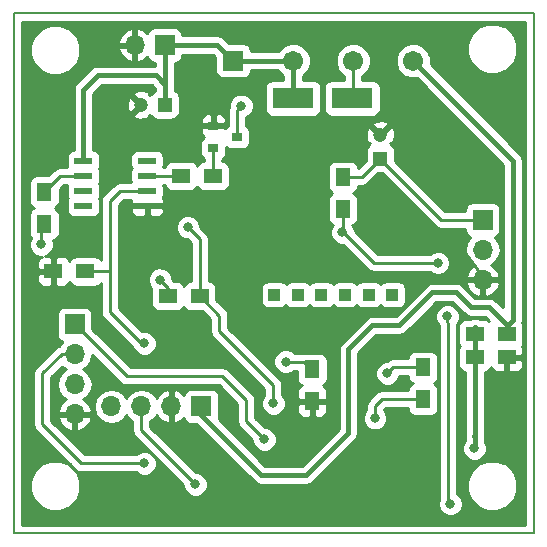
<source format=gbr>
G04 #@! TF.FileFunction,Copper,L2,Bot,Signal*
%FSLAX46Y46*%
G04 Gerber Fmt 4.6, Leading zero omitted, Abs format (unit mm)*
G04 Created by KiCad (PCBNEW 4.0.7) date Sun Jun 24 13:53:47 2018*
%MOMM*%
%LPD*%
G01*
G04 APERTURE LIST*
%ADD10C,0.100000*%
%ADD11C,0.150000*%
%ADD12R,1.200000X1.200000*%
%ADD13C,1.200000*%
%ADD14R,0.900000X0.800000*%
%ADD15R,1.300000X1.500000*%
%ADD16R,1.500000X1.300000*%
%ADD17R,1.550000X0.600000*%
%ADD18R,1.710000X1.710000*%
%ADD19C,1.710000*%
%ADD20R,1.700000X1.700000*%
%ADD21O,1.700000X1.700000*%
%ADD22R,3.500000X1.800000*%
%ADD23R,1.000000X1.000000*%
%ADD24C,0.800000*%
%ADD25C,0.250000*%
%ADD26C,0.381000*%
%ADD27C,0.254000*%
G04 APERTURE END LIST*
D10*
D11*
X109800000Y-113600000D02*
X109800000Y-69600000D01*
X153800000Y-113600000D02*
X109800000Y-113600000D01*
X153800000Y-69600000D02*
X153800000Y-113600000D01*
X109800000Y-69600000D02*
X153800000Y-69600000D01*
D12*
X140820000Y-81890000D03*
D13*
X140820000Y-79890000D03*
D12*
X122590000Y-77340000D03*
D13*
X120590000Y-77340000D03*
D14*
X126690000Y-81010000D03*
X126690000Y-79110000D03*
X128690000Y-80060000D03*
D15*
X112370000Y-87410000D03*
X112370000Y-84710000D03*
D16*
X115850000Y-91450000D03*
X113150000Y-91450000D03*
X123960000Y-83370000D03*
X126660000Y-83370000D03*
X151530000Y-96750000D03*
X148830000Y-96750000D03*
X148830000Y-98710000D03*
X151530000Y-98710000D03*
D15*
X137660000Y-86160000D03*
X137660000Y-83460000D03*
X144440000Y-102280000D03*
X144440000Y-99580000D03*
X135060000Y-102440000D03*
X135060000Y-99740000D03*
D16*
X125540000Y-93540000D03*
X122840000Y-93540000D03*
D17*
X121080000Y-82095000D03*
X121080000Y-83365000D03*
X121080000Y-84635000D03*
X121080000Y-85905000D03*
X115680000Y-85905000D03*
X115680000Y-84635000D03*
X115680000Y-83365000D03*
X115680000Y-82095000D03*
D18*
X128360000Y-73610000D03*
D19*
X133440000Y-73610000D03*
X138520000Y-73610000D03*
X143600000Y-73610000D03*
D20*
X149490000Y-87070000D03*
D21*
X149490000Y-89610000D03*
X149490000Y-92150000D03*
D20*
X122570000Y-72280000D03*
D21*
X120030000Y-72280000D03*
D22*
X133440000Y-76790000D03*
X138440000Y-76790000D03*
D23*
X141840000Y-93420000D03*
X139840000Y-93420000D03*
X137840000Y-93420000D03*
X135840000Y-93420000D03*
X133840000Y-93420000D03*
X131840000Y-93420000D03*
D20*
X114940000Y-95920000D03*
D21*
X114940000Y-98460000D03*
X114940000Y-101000000D03*
X114940000Y-103540000D03*
D20*
X125676000Y-102880000D03*
D21*
X123136000Y-102880000D03*
X120596000Y-102880000D03*
X118056000Y-102880000D03*
D24*
X112120000Y-89160000D03*
X125168000Y-109484000D03*
X129050000Y-77420000D03*
X141424000Y-100086000D03*
X122180000Y-92150000D03*
X131010000Y-105674000D03*
X120850000Y-107706000D03*
X120850000Y-97546000D03*
X148790000Y-106436000D03*
X137614000Y-88148000D03*
X145710000Y-90730000D03*
X146504000Y-95260000D03*
X146760000Y-111140000D03*
X140370000Y-103880000D03*
X132810000Y-99080000D03*
X131772000Y-102626000D03*
X124530000Y-87700000D03*
D25*
X149490000Y-91930000D02*
X146690000Y-88130000D01*
X149490000Y-92150000D02*
X149490000Y-91930000D01*
X112120000Y-89160000D02*
X112120000Y-87660000D01*
X112120000Y-87660000D02*
X112370000Y-87410000D01*
X115680000Y-83365000D02*
X113715000Y-83365000D01*
X113715000Y-83365000D02*
X112370000Y-84710000D01*
X112375000Y-84715000D02*
X112370000Y-84710000D01*
X120596000Y-102880000D02*
X120596000Y-104912000D01*
X120596000Y-104912000D02*
X125168000Y-109484000D01*
X125168000Y-109484000D02*
X120596000Y-104912000D01*
D26*
X122590000Y-77340000D02*
X122590000Y-75650000D01*
X116930000Y-74850000D02*
X115680000Y-76100000D01*
X121790000Y-74850000D02*
X116930000Y-74850000D01*
X122590000Y-75650000D02*
X121790000Y-74850000D01*
X115680000Y-76100000D02*
X115680000Y-82095000D01*
X122570000Y-72280000D02*
X127030000Y-72280000D01*
X127030000Y-72280000D02*
X128360000Y-73610000D01*
X133440000Y-76790000D02*
X133440000Y-73610000D01*
X133440000Y-73610000D02*
X133450000Y-76780000D01*
X133450000Y-76780000D02*
X133440000Y-76790000D01*
X128360000Y-73610000D02*
X133440000Y-73610000D01*
X122590000Y-77340000D02*
X122590000Y-72300000D01*
X122590000Y-72300000D02*
X122570000Y-72280000D01*
D25*
X128690000Y-80060000D02*
X128690000Y-77760000D01*
X129030000Y-77420000D02*
X129050000Y-77420000D01*
X128690000Y-77760000D02*
X129030000Y-77420000D01*
X128690000Y-80060000D02*
X128690000Y-79990000D01*
D27*
X128690000Y-80060000D02*
X128690000Y-80030000D01*
X138520000Y-76710000D02*
X138520000Y-73610000D01*
X138520000Y-73610000D02*
X138530000Y-76700000D01*
X144440000Y-99580000D02*
X141930000Y-99580000D01*
X141930000Y-99580000D02*
X141424000Y-100086000D01*
X137660000Y-83460000D02*
X139250000Y-83460000D01*
X139250000Y-83460000D02*
X140820000Y-81890000D01*
X149490000Y-87070000D02*
X146000000Y-87070000D01*
X146000000Y-87070000D02*
X140820000Y-81890000D01*
X122840000Y-93540000D02*
X122840000Y-92810000D01*
X122840000Y-92810000D02*
X122180000Y-92150000D01*
D26*
X151530000Y-96750000D02*
X151530000Y-96076000D01*
X152050000Y-95556000D02*
X152050000Y-94540000D01*
X151530000Y-96076000D02*
X152050000Y-95556000D01*
X142694000Y-95768000D02*
X142440000Y-96022000D01*
X142440000Y-96022000D02*
X142186000Y-96022000D01*
X147266000Y-93228000D02*
X145234000Y-93228000D01*
X145234000Y-93228000D02*
X142694000Y-95768000D01*
X140154000Y-96022000D02*
X142186000Y-96022000D01*
X125676000Y-103642000D02*
X130756000Y-108722000D01*
X138122000Y-98054000D02*
X140154000Y-96022000D01*
X138122000Y-105166000D02*
X138122000Y-98054000D01*
X134566000Y-108722000D02*
X138122000Y-105166000D01*
X130756000Y-108722000D02*
X134566000Y-108722000D01*
X125676000Y-102880000D02*
X125676000Y-103642000D01*
X147266000Y-93228000D02*
X148536000Y-94498000D01*
X151530000Y-96750000D02*
X151530000Y-95968000D01*
X151530000Y-95968000D02*
X150060000Y-94498000D01*
X148536000Y-94498000D02*
X150060000Y-94498000D01*
X152050000Y-94540000D02*
X152050000Y-82060000D01*
X152050000Y-82060000D02*
X143600000Y-73610000D01*
X143640000Y-73540000D02*
X143640000Y-73600000D01*
D25*
X131010000Y-105674000D02*
X129486000Y-104150000D01*
X129486000Y-104150000D02*
X129486000Y-102372000D01*
X129486000Y-102372000D02*
X127454000Y-100340000D01*
X127454000Y-100340000D02*
X119360000Y-100340000D01*
X119360000Y-100340000D02*
X114940000Y-95920000D01*
X115230000Y-95920000D02*
X114940000Y-95920000D01*
X120850000Y-107706000D02*
X115516000Y-107706000D01*
X113840000Y-98460000D02*
X114940000Y-98460000D01*
X112214000Y-100086000D02*
X113840000Y-98460000D01*
X112214000Y-104404000D02*
X112214000Y-100086000D01*
X115516000Y-107706000D02*
X112214000Y-104404000D01*
X117910000Y-91450000D02*
X117910000Y-85500000D01*
X118775000Y-84635000D02*
X121080000Y-84635000D01*
X117910000Y-85500000D02*
X118775000Y-84635000D01*
X115850000Y-91450000D02*
X117910000Y-91450000D01*
X117910000Y-91450000D02*
X117802000Y-91450000D01*
X117802000Y-91450000D02*
X117910000Y-91450000D01*
X120850000Y-97546000D02*
X120596000Y-97546000D01*
X117910000Y-94860000D02*
X117910000Y-91450000D01*
X120596000Y-97546000D02*
X117910000Y-94860000D01*
X121080000Y-83365000D02*
X122795000Y-83365000D01*
X122795000Y-83365000D02*
X123960000Y-83370000D01*
D26*
X148790000Y-105420000D02*
X148830000Y-105420000D01*
X148830000Y-105460000D02*
X148790000Y-105420000D01*
X148830000Y-106396000D02*
X148830000Y-105460000D01*
X148790000Y-106436000D02*
X148830000Y-106396000D01*
X148830000Y-105420000D02*
X148830000Y-96750000D01*
X148830000Y-98710000D02*
X148830000Y-96750000D01*
X148830000Y-96750000D02*
X148830000Y-96180000D01*
X148830000Y-96750000D02*
X148810000Y-98690000D01*
X148810000Y-98690000D02*
X148830000Y-98710000D01*
D25*
X137614000Y-88148000D02*
X137642000Y-88120000D01*
X137642000Y-88120000D02*
X137660000Y-88120000D01*
X137660000Y-88120000D02*
X137730000Y-88190000D01*
X145710000Y-90730000D02*
X140270000Y-90730000D01*
X140270000Y-90730000D02*
X137730000Y-88190000D01*
X146760000Y-111140000D02*
X146760000Y-111050000D01*
X146520000Y-110810000D02*
X146520000Y-96340000D01*
X146760000Y-111050000D02*
X146520000Y-110810000D01*
X146520000Y-96340000D02*
X146504000Y-95260000D01*
X137660000Y-86160000D02*
X137660000Y-88120000D01*
X137660000Y-88120000D02*
X137730000Y-88190000D01*
X137660000Y-86340000D02*
X137660000Y-86160000D01*
X140370000Y-103880000D02*
X140370000Y-102850000D01*
X140370000Y-102850000D02*
X140940000Y-102280000D01*
X140940000Y-102280000D02*
X144440000Y-102280000D01*
X144440000Y-102830000D02*
X144440000Y-102280000D01*
X132810000Y-99080000D02*
X134400000Y-99080000D01*
X134400000Y-99080000D02*
X135060000Y-99740000D01*
X134720000Y-99740000D02*
X135060000Y-99740000D01*
X131772000Y-102626000D02*
X131772000Y-101102000D01*
X131772000Y-101102000D02*
X127200000Y-96530000D01*
X127200000Y-95200000D02*
X125540000Y-93540000D01*
X127200000Y-96530000D02*
X127200000Y-95200000D01*
X125540000Y-93540000D02*
X125540000Y-88710000D01*
X125540000Y-88710000D02*
X124530000Y-87700000D01*
X126660000Y-83370000D02*
X126660000Y-81040000D01*
X126660000Y-81040000D02*
X126690000Y-81010000D01*
D27*
G36*
X153090000Y-112890000D02*
X110510000Y-112890000D01*
X110510000Y-110022815D01*
X111164630Y-110022815D01*
X111488980Y-110807800D01*
X112089041Y-111408909D01*
X112873459Y-111734628D01*
X113722815Y-111735370D01*
X114507800Y-111411020D01*
X115108909Y-110810959D01*
X115434628Y-110026541D01*
X115435370Y-109177185D01*
X115111020Y-108392200D01*
X114510959Y-107791091D01*
X113726541Y-107465372D01*
X112877185Y-107464630D01*
X112092200Y-107788980D01*
X111491091Y-108389041D01*
X111165372Y-109173459D01*
X111164630Y-110022815D01*
X110510000Y-110022815D01*
X110510000Y-100086000D01*
X111454000Y-100086000D01*
X111454000Y-104404000D01*
X111511852Y-104694839D01*
X111676599Y-104941401D01*
X114978599Y-108243401D01*
X115225160Y-108408148D01*
X115516000Y-108466000D01*
X120146239Y-108466000D01*
X120262954Y-108582919D01*
X120643223Y-108740820D01*
X121054971Y-108741179D01*
X121435515Y-108583942D01*
X121726919Y-108293046D01*
X121884820Y-107912777D01*
X121885179Y-107501029D01*
X121727942Y-107120485D01*
X121437046Y-106829081D01*
X121056777Y-106671180D01*
X120645029Y-106670821D01*
X120264485Y-106828058D01*
X120146337Y-106946000D01*
X115830802Y-106946000D01*
X112974000Y-104089198D01*
X112974000Y-103896890D01*
X113498524Y-103896890D01*
X113668355Y-104306924D01*
X114058642Y-104735183D01*
X114583108Y-104981486D01*
X114813000Y-104860819D01*
X114813000Y-103667000D01*
X115067000Y-103667000D01*
X115067000Y-104860819D01*
X115296892Y-104981486D01*
X115821358Y-104735183D01*
X116211645Y-104306924D01*
X116381476Y-103896890D01*
X116260155Y-103667000D01*
X115067000Y-103667000D01*
X114813000Y-103667000D01*
X113619845Y-103667000D01*
X113498524Y-103896890D01*
X112974000Y-103896890D01*
X112974000Y-100400802D01*
X113863188Y-99511614D01*
X114190026Y-99730000D01*
X113860853Y-99949946D01*
X113538946Y-100431715D01*
X113425907Y-101000000D01*
X113538946Y-101568285D01*
X113860853Y-102050054D01*
X114201553Y-102277702D01*
X114058642Y-102344817D01*
X113668355Y-102773076D01*
X113498524Y-103183110D01*
X113619845Y-103413000D01*
X114813000Y-103413000D01*
X114813000Y-103393000D01*
X115067000Y-103393000D01*
X115067000Y-103413000D01*
X116260155Y-103413000D01*
X116381476Y-103183110D01*
X116243882Y-102850907D01*
X116571000Y-102850907D01*
X116571000Y-102909093D01*
X116684039Y-103477378D01*
X117005946Y-103959147D01*
X117487715Y-104281054D01*
X118056000Y-104394093D01*
X118624285Y-104281054D01*
X119106054Y-103959147D01*
X119326000Y-103629974D01*
X119545946Y-103959147D01*
X119836000Y-104152954D01*
X119836000Y-104912000D01*
X119893852Y-105202839D01*
X120058599Y-105449401D01*
X124132965Y-109523767D01*
X124132821Y-109688971D01*
X124290058Y-110069515D01*
X124580954Y-110360919D01*
X124961223Y-110518820D01*
X125372971Y-110519179D01*
X125753515Y-110361942D01*
X126044919Y-110071046D01*
X126202820Y-109690777D01*
X126203179Y-109279029D01*
X126045942Y-108898485D01*
X125755046Y-108607081D01*
X125374777Y-108449180D01*
X125207836Y-108449034D01*
X121356000Y-104597198D01*
X121356000Y-104152954D01*
X121646054Y-103959147D01*
X121873702Y-103618447D01*
X121940817Y-103761358D01*
X122369076Y-104151645D01*
X122779110Y-104321476D01*
X123009000Y-104200155D01*
X123009000Y-103007000D01*
X122989000Y-103007000D01*
X122989000Y-102753000D01*
X123009000Y-102753000D01*
X123009000Y-101559845D01*
X123263000Y-101559845D01*
X123263000Y-102753000D01*
X123283000Y-102753000D01*
X123283000Y-103007000D01*
X123263000Y-103007000D01*
X123263000Y-104200155D01*
X123492890Y-104321476D01*
X123902924Y-104151645D01*
X124205937Y-103875499D01*
X124222838Y-103965317D01*
X124361910Y-104181441D01*
X124574110Y-104326431D01*
X124826000Y-104377440D01*
X125244006Y-104377440D01*
X130172283Y-109305717D01*
X130440094Y-109484663D01*
X130756000Y-109547501D01*
X130756005Y-109547500D01*
X134566000Y-109547500D01*
X134881906Y-109484663D01*
X135149717Y-109305717D01*
X138705714Y-105749719D01*
X138705717Y-105749717D01*
X138884663Y-105481905D01*
X138947500Y-105166000D01*
X138947500Y-104084971D01*
X139334821Y-104084971D01*
X139492058Y-104465515D01*
X139782954Y-104756919D01*
X140163223Y-104914820D01*
X140574971Y-104915179D01*
X140955515Y-104757942D01*
X141246919Y-104467046D01*
X141404820Y-104086777D01*
X141405179Y-103675029D01*
X141247942Y-103294485D01*
X141130000Y-103176337D01*
X141130000Y-103164802D01*
X141254802Y-103040000D01*
X143144442Y-103040000D01*
X143186838Y-103265317D01*
X143325910Y-103481441D01*
X143538110Y-103626431D01*
X143790000Y-103677440D01*
X145090000Y-103677440D01*
X145325317Y-103633162D01*
X145541441Y-103494090D01*
X145686431Y-103281890D01*
X145737440Y-103030000D01*
X145737440Y-101530000D01*
X145693162Y-101294683D01*
X145554090Y-101078559D01*
X145341890Y-100933569D01*
X145328803Y-100930919D01*
X145541441Y-100794090D01*
X145686431Y-100581890D01*
X145737440Y-100330000D01*
X145737440Y-98830000D01*
X145693162Y-98594683D01*
X145554090Y-98378559D01*
X145341890Y-98233569D01*
X145090000Y-98182560D01*
X143790000Y-98182560D01*
X143554683Y-98226838D01*
X143338559Y-98365910D01*
X143193569Y-98578110D01*
X143144990Y-98818000D01*
X141930000Y-98818000D01*
X141652376Y-98873223D01*
X141638395Y-98876004D01*
X141391185Y-99041185D01*
X141381407Y-99050963D01*
X141219029Y-99050821D01*
X140838485Y-99208058D01*
X140547081Y-99498954D01*
X140389180Y-99879223D01*
X140388821Y-100290971D01*
X140546058Y-100671515D01*
X140836954Y-100962919D01*
X141217223Y-101120820D01*
X141628971Y-101121179D01*
X142009515Y-100963942D01*
X142300919Y-100673046D01*
X142438381Y-100342000D01*
X143144818Y-100342000D01*
X143186838Y-100565317D01*
X143325910Y-100781441D01*
X143538110Y-100926431D01*
X143551197Y-100929081D01*
X143338559Y-101065910D01*
X143193569Y-101278110D01*
X143144585Y-101520000D01*
X140940000Y-101520000D01*
X140649161Y-101577852D01*
X140402599Y-101742599D01*
X139832599Y-102312599D01*
X139667852Y-102559161D01*
X139610000Y-102850000D01*
X139610000Y-103176239D01*
X139493081Y-103292954D01*
X139335180Y-103673223D01*
X139334821Y-104084971D01*
X138947500Y-104084971D01*
X138947500Y-98395934D01*
X140495934Y-96847500D01*
X142440000Y-96847500D01*
X142755906Y-96784663D01*
X143023717Y-96605717D01*
X143277714Y-96351719D01*
X143277717Y-96351717D01*
X144164462Y-95464971D01*
X145468821Y-95464971D01*
X145626058Y-95845515D01*
X145754497Y-95974178D01*
X145760000Y-96345656D01*
X145760000Y-110810000D01*
X145765294Y-110836617D01*
X145725180Y-110933223D01*
X145724821Y-111344971D01*
X145882058Y-111725515D01*
X146172954Y-112016919D01*
X146553223Y-112174820D01*
X146964971Y-112175179D01*
X147345515Y-112017942D01*
X147636919Y-111727046D01*
X147794820Y-111346777D01*
X147795179Y-110935029D01*
X147637942Y-110554485D01*
X147347046Y-110263081D01*
X147280000Y-110235241D01*
X147280000Y-110022815D01*
X148164630Y-110022815D01*
X148488980Y-110807800D01*
X149089041Y-111408909D01*
X149873459Y-111734628D01*
X150722815Y-111735370D01*
X151507800Y-111411020D01*
X152108909Y-110810959D01*
X152434628Y-110026541D01*
X152435370Y-109177185D01*
X152111020Y-108392200D01*
X151510959Y-107791091D01*
X150726541Y-107465372D01*
X149877185Y-107464630D01*
X149092200Y-107788980D01*
X148491091Y-108389041D01*
X148165372Y-109173459D01*
X148164630Y-110022815D01*
X147280000Y-110022815D01*
X147280000Y-96340000D01*
X147278882Y-96334380D01*
X147279917Y-96328742D01*
X147274357Y-95953423D01*
X147380919Y-95847046D01*
X147538820Y-95466777D01*
X147539179Y-95055029D01*
X147381942Y-94674485D01*
X147091046Y-94383081D01*
X146710777Y-94225180D01*
X146299029Y-94224821D01*
X145918485Y-94382058D01*
X145627081Y-94672954D01*
X145469180Y-95053223D01*
X145468821Y-95464971D01*
X144164462Y-95464971D01*
X145575933Y-94053500D01*
X146924066Y-94053500D01*
X147952281Y-95081714D01*
X147952283Y-95081717D01*
X148055732Y-95150839D01*
X148220094Y-95260663D01*
X148536000Y-95323500D01*
X149718066Y-95323500D01*
X150041043Y-95646477D01*
X149831890Y-95503569D01*
X149580000Y-95452560D01*
X149198620Y-95452560D01*
X149145905Y-95417337D01*
X148830000Y-95354500D01*
X148514095Y-95417337D01*
X148461380Y-95452560D01*
X148080000Y-95452560D01*
X147844683Y-95496838D01*
X147628559Y-95635910D01*
X147483569Y-95848110D01*
X147432560Y-96100000D01*
X147432560Y-97400000D01*
X147476838Y-97635317D01*
X147537364Y-97729378D01*
X147483569Y-97808110D01*
X147432560Y-98060000D01*
X147432560Y-99360000D01*
X147476838Y-99595317D01*
X147615910Y-99811441D01*
X147828110Y-99956431D01*
X148004500Y-99992151D01*
X148004500Y-105218904D01*
X147964500Y-105420000D01*
X148004500Y-105621096D01*
X148004500Y-105757694D01*
X147913081Y-105848954D01*
X147755180Y-106229223D01*
X147754821Y-106640971D01*
X147912058Y-107021515D01*
X148202954Y-107312919D01*
X148583223Y-107470820D01*
X148994971Y-107471179D01*
X149375515Y-107313942D01*
X149666919Y-107023046D01*
X149824820Y-106642777D01*
X149825179Y-106231029D01*
X149667942Y-105850485D01*
X149655500Y-105838021D01*
X149655500Y-105460005D01*
X149655501Y-105460000D01*
X149651522Y-105439998D01*
X149655500Y-105420000D01*
X149655500Y-99993234D01*
X149815317Y-99963162D01*
X150031441Y-99824090D01*
X150176431Y-99611890D01*
X150183191Y-99578510D01*
X150241673Y-99719699D01*
X150420302Y-99898327D01*
X150653691Y-99995000D01*
X151244250Y-99995000D01*
X151403000Y-99836250D01*
X151403000Y-98837000D01*
X151657000Y-98837000D01*
X151657000Y-99836250D01*
X151815750Y-99995000D01*
X152406309Y-99995000D01*
X152639698Y-99898327D01*
X152818327Y-99719699D01*
X152915000Y-99486310D01*
X152915000Y-98995750D01*
X152756250Y-98837000D01*
X151657000Y-98837000D01*
X151403000Y-98837000D01*
X151383000Y-98837000D01*
X151383000Y-98583000D01*
X151403000Y-98583000D01*
X151403000Y-98563000D01*
X151657000Y-98563000D01*
X151657000Y-98583000D01*
X152756250Y-98583000D01*
X152915000Y-98424250D01*
X152915000Y-97933690D01*
X152827772Y-97723104D01*
X152876431Y-97651890D01*
X152927440Y-97400000D01*
X152927440Y-96100000D01*
X152883162Y-95864683D01*
X152830407Y-95782700D01*
X152875500Y-95556000D01*
X152875500Y-82060005D01*
X152875501Y-82060000D01*
X152812663Y-81744095D01*
X152757735Y-81661890D01*
X152633717Y-81476283D01*
X152633714Y-81476281D01*
X145082515Y-73925081D01*
X145089741Y-73907680D01*
X145090258Y-73314921D01*
X144969563Y-73022815D01*
X148164630Y-73022815D01*
X148488980Y-73807800D01*
X149089041Y-74408909D01*
X149873459Y-74734628D01*
X150722815Y-74735370D01*
X151507800Y-74411020D01*
X152108909Y-73810959D01*
X152434628Y-73026541D01*
X152435370Y-72177185D01*
X152111020Y-71392200D01*
X151510959Y-70791091D01*
X150726541Y-70465372D01*
X149877185Y-70464630D01*
X149092200Y-70788980D01*
X148491091Y-71389041D01*
X148165372Y-72173459D01*
X148164630Y-73022815D01*
X144969563Y-73022815D01*
X144863897Y-72767085D01*
X144445119Y-72347576D01*
X143897680Y-72120259D01*
X143304921Y-72119742D01*
X142757085Y-72346103D01*
X142337576Y-72764881D01*
X142110259Y-73312320D01*
X142109742Y-73905079D01*
X142336103Y-74452915D01*
X142754881Y-74872424D01*
X143302320Y-75099741D01*
X143895079Y-75100258D01*
X143914712Y-75092146D01*
X151224500Y-82401933D01*
X151224500Y-94495066D01*
X150643717Y-93914283D01*
X150375906Y-93735337D01*
X150060000Y-93672500D01*
X148877933Y-93672500D01*
X147849717Y-92644283D01*
X147644095Y-92506890D01*
X148048524Y-92506890D01*
X148218355Y-92916924D01*
X148608642Y-93345183D01*
X149133108Y-93591486D01*
X149363000Y-93470819D01*
X149363000Y-92277000D01*
X149617000Y-92277000D01*
X149617000Y-93470819D01*
X149846892Y-93591486D01*
X150371358Y-93345183D01*
X150761645Y-92916924D01*
X150931476Y-92506890D01*
X150810155Y-92277000D01*
X149617000Y-92277000D01*
X149363000Y-92277000D01*
X148169845Y-92277000D01*
X148048524Y-92506890D01*
X147644095Y-92506890D01*
X147581906Y-92465337D01*
X147266000Y-92402500D01*
X145234000Y-92402500D01*
X144918095Y-92465337D01*
X144650283Y-92644283D01*
X144650281Y-92644286D01*
X142110283Y-95184283D01*
X142110281Y-95184286D01*
X142098067Y-95196500D01*
X140154005Y-95196500D01*
X140154000Y-95196499D01*
X139838094Y-95259337D01*
X139570283Y-95438283D01*
X137538283Y-97470283D01*
X137359337Y-97738094D01*
X137336791Y-97851441D01*
X137296500Y-98054000D01*
X137296500Y-104824067D01*
X134224066Y-107896500D01*
X131097934Y-107896500D01*
X127132686Y-103931252D01*
X127173440Y-103730000D01*
X127173440Y-102030000D01*
X127129162Y-101794683D01*
X126990090Y-101578559D01*
X126777890Y-101433569D01*
X126526000Y-101382560D01*
X124826000Y-101382560D01*
X124590683Y-101426838D01*
X124374559Y-101565910D01*
X124229569Y-101778110D01*
X124207699Y-101886107D01*
X123902924Y-101608355D01*
X123492890Y-101438524D01*
X123263000Y-101559845D01*
X123009000Y-101559845D01*
X122779110Y-101438524D01*
X122369076Y-101608355D01*
X121940817Y-101998642D01*
X121873702Y-102141553D01*
X121646054Y-101800853D01*
X121164285Y-101478946D01*
X120596000Y-101365907D01*
X120027715Y-101478946D01*
X119545946Y-101800853D01*
X119326000Y-102130026D01*
X119106054Y-101800853D01*
X118624285Y-101478946D01*
X118056000Y-101365907D01*
X117487715Y-101478946D01*
X117005946Y-101800853D01*
X116684039Y-102282622D01*
X116571000Y-102850907D01*
X116243882Y-102850907D01*
X116211645Y-102773076D01*
X115821358Y-102344817D01*
X115678447Y-102277702D01*
X116019147Y-102050054D01*
X116341054Y-101568285D01*
X116454093Y-101000000D01*
X116341054Y-100431715D01*
X116019147Y-99949946D01*
X115689974Y-99730000D01*
X116019147Y-99510054D01*
X116341054Y-99028285D01*
X116445981Y-98500783D01*
X118822599Y-100877401D01*
X119069161Y-101042148D01*
X119360000Y-101100000D01*
X127139198Y-101100000D01*
X128726000Y-102686802D01*
X128726000Y-104150000D01*
X128783852Y-104440839D01*
X128948599Y-104687401D01*
X129974965Y-105713767D01*
X129974821Y-105878971D01*
X130132058Y-106259515D01*
X130422954Y-106550919D01*
X130803223Y-106708820D01*
X131214971Y-106709179D01*
X131595515Y-106551942D01*
X131886919Y-106261046D01*
X132044820Y-105880777D01*
X132045179Y-105469029D01*
X131887942Y-105088485D01*
X131597046Y-104797081D01*
X131216777Y-104639180D01*
X131049836Y-104639034D01*
X130246000Y-103835198D01*
X130246000Y-102372000D01*
X130188148Y-102081161D01*
X130023401Y-101834599D01*
X127991401Y-99802599D01*
X127744839Y-99637852D01*
X127454000Y-99580000D01*
X119674802Y-99580000D01*
X116437440Y-96342638D01*
X116437440Y-95070000D01*
X116393162Y-94834683D01*
X116254090Y-94618559D01*
X116041890Y-94473569D01*
X115790000Y-94422560D01*
X114090000Y-94422560D01*
X113854683Y-94466838D01*
X113638559Y-94605910D01*
X113493569Y-94818110D01*
X113442560Y-95070000D01*
X113442560Y-96770000D01*
X113486838Y-97005317D01*
X113625910Y-97221441D01*
X113838110Y-97366431D01*
X113905541Y-97380086D01*
X113860853Y-97409946D01*
X113640535Y-97739676D01*
X113549160Y-97757852D01*
X113302599Y-97922599D01*
X111676599Y-99548599D01*
X111511852Y-99795161D01*
X111454000Y-100086000D01*
X110510000Y-100086000D01*
X110510000Y-91735750D01*
X111765000Y-91735750D01*
X111765000Y-92226310D01*
X111861673Y-92459699D01*
X112040302Y-92638327D01*
X112273691Y-92735000D01*
X112864250Y-92735000D01*
X113023000Y-92576250D01*
X113023000Y-91577000D01*
X111923750Y-91577000D01*
X111765000Y-91735750D01*
X110510000Y-91735750D01*
X110510000Y-83960000D01*
X111072560Y-83960000D01*
X111072560Y-85460000D01*
X111116838Y-85695317D01*
X111255910Y-85911441D01*
X111468110Y-86056431D01*
X111481197Y-86059081D01*
X111268559Y-86195910D01*
X111123569Y-86408110D01*
X111072560Y-86660000D01*
X111072560Y-88160000D01*
X111116838Y-88395317D01*
X111238399Y-88584229D01*
X111085180Y-88953223D01*
X111084821Y-89364971D01*
X111242058Y-89745515D01*
X111532954Y-90036919D01*
X111913223Y-90194820D01*
X112201093Y-90195071D01*
X112040302Y-90261673D01*
X111861673Y-90440301D01*
X111765000Y-90673690D01*
X111765000Y-91164250D01*
X111923750Y-91323000D01*
X113023000Y-91323000D01*
X113023000Y-90323750D01*
X113277000Y-90323750D01*
X113277000Y-91323000D01*
X113297000Y-91323000D01*
X113297000Y-91577000D01*
X113277000Y-91577000D01*
X113277000Y-92576250D01*
X113435750Y-92735000D01*
X114026309Y-92735000D01*
X114259698Y-92638327D01*
X114438327Y-92459699D01*
X114494654Y-92323713D01*
X114496838Y-92335317D01*
X114635910Y-92551441D01*
X114848110Y-92696431D01*
X115100000Y-92747440D01*
X116600000Y-92747440D01*
X116835317Y-92703162D01*
X117051441Y-92564090D01*
X117150000Y-92419844D01*
X117150000Y-94860000D01*
X117207852Y-95150839D01*
X117372599Y-95397401D01*
X119877243Y-97902045D01*
X119972058Y-98131515D01*
X120262954Y-98422919D01*
X120643223Y-98580820D01*
X121054971Y-98581179D01*
X121435515Y-98423942D01*
X121726919Y-98133046D01*
X121884820Y-97752777D01*
X121885179Y-97341029D01*
X121727942Y-96960485D01*
X121437046Y-96669081D01*
X121056777Y-96511180D01*
X120645029Y-96510821D01*
X120638373Y-96513571D01*
X118670000Y-94545198D01*
X118670000Y-92354971D01*
X121144821Y-92354971D01*
X121302058Y-92735515D01*
X121444873Y-92878579D01*
X121442560Y-92890000D01*
X121442560Y-94190000D01*
X121486838Y-94425317D01*
X121625910Y-94641441D01*
X121838110Y-94786431D01*
X122090000Y-94837440D01*
X123590000Y-94837440D01*
X123825317Y-94793162D01*
X124041441Y-94654090D01*
X124186431Y-94441890D01*
X124189081Y-94428803D01*
X124325910Y-94641441D01*
X124538110Y-94786431D01*
X124790000Y-94837440D01*
X125762638Y-94837440D01*
X126440000Y-95514802D01*
X126440000Y-96530000D01*
X126497852Y-96820839D01*
X126662599Y-97067401D01*
X131012000Y-101416802D01*
X131012000Y-101922239D01*
X130895081Y-102038954D01*
X130737180Y-102419223D01*
X130736821Y-102830971D01*
X130894058Y-103211515D01*
X131184954Y-103502919D01*
X131565223Y-103660820D01*
X131976971Y-103661179D01*
X132357515Y-103503942D01*
X132648919Y-103213046D01*
X132806820Y-102832777D01*
X132806913Y-102725750D01*
X133775000Y-102725750D01*
X133775000Y-103316309D01*
X133871673Y-103549698D01*
X134050301Y-103728327D01*
X134283690Y-103825000D01*
X134774250Y-103825000D01*
X134933000Y-103666250D01*
X134933000Y-102567000D01*
X135187000Y-102567000D01*
X135187000Y-103666250D01*
X135345750Y-103825000D01*
X135836310Y-103825000D01*
X136069699Y-103728327D01*
X136248327Y-103549698D01*
X136345000Y-103316309D01*
X136345000Y-102725750D01*
X136186250Y-102567000D01*
X135187000Y-102567000D01*
X134933000Y-102567000D01*
X133933750Y-102567000D01*
X133775000Y-102725750D01*
X132806913Y-102725750D01*
X132807179Y-102421029D01*
X132649942Y-102040485D01*
X132532000Y-101922337D01*
X132532000Y-101102000D01*
X132474148Y-100811161D01*
X132474148Y-100811160D01*
X132309401Y-100564599D01*
X131029773Y-99284971D01*
X131774821Y-99284971D01*
X131932058Y-99665515D01*
X132222954Y-99956919D01*
X132603223Y-100114820D01*
X133014971Y-100115179D01*
X133395515Y-99957942D01*
X133513663Y-99840000D01*
X133762560Y-99840000D01*
X133762560Y-100490000D01*
X133806838Y-100725317D01*
X133945910Y-100941441D01*
X134158110Y-101086431D01*
X134191490Y-101093191D01*
X134050301Y-101151673D01*
X133871673Y-101330302D01*
X133775000Y-101563691D01*
X133775000Y-102154250D01*
X133933750Y-102313000D01*
X134933000Y-102313000D01*
X134933000Y-102293000D01*
X135187000Y-102293000D01*
X135187000Y-102313000D01*
X136186250Y-102313000D01*
X136345000Y-102154250D01*
X136345000Y-101563691D01*
X136248327Y-101330302D01*
X136069699Y-101151673D01*
X135933713Y-101095346D01*
X135945317Y-101093162D01*
X136161441Y-100954090D01*
X136306431Y-100741890D01*
X136357440Y-100490000D01*
X136357440Y-98990000D01*
X136313162Y-98754683D01*
X136174090Y-98538559D01*
X135961890Y-98393569D01*
X135710000Y-98342560D01*
X134513416Y-98342560D01*
X134400000Y-98320000D01*
X133513761Y-98320000D01*
X133397046Y-98203081D01*
X133016777Y-98045180D01*
X132605029Y-98044821D01*
X132224485Y-98202058D01*
X131933081Y-98492954D01*
X131775180Y-98873223D01*
X131774821Y-99284971D01*
X131029773Y-99284971D01*
X127960000Y-96215198D01*
X127960000Y-95200000D01*
X127902148Y-94909161D01*
X127737401Y-94662599D01*
X126937440Y-93862638D01*
X126937440Y-92920000D01*
X130692560Y-92920000D01*
X130692560Y-93920000D01*
X130736838Y-94155317D01*
X130875910Y-94371441D01*
X131088110Y-94516431D01*
X131340000Y-94567440D01*
X132340000Y-94567440D01*
X132575317Y-94523162D01*
X132791441Y-94384090D01*
X132839134Y-94314289D01*
X132875910Y-94371441D01*
X133088110Y-94516431D01*
X133340000Y-94567440D01*
X134340000Y-94567440D01*
X134575317Y-94523162D01*
X134791441Y-94384090D01*
X134839134Y-94314289D01*
X134875910Y-94371441D01*
X135088110Y-94516431D01*
X135340000Y-94567440D01*
X136340000Y-94567440D01*
X136575317Y-94523162D01*
X136791441Y-94384090D01*
X136839134Y-94314289D01*
X136875910Y-94371441D01*
X137088110Y-94516431D01*
X137340000Y-94567440D01*
X138340000Y-94567440D01*
X138575317Y-94523162D01*
X138791441Y-94384090D01*
X138839134Y-94314289D01*
X138875910Y-94371441D01*
X139088110Y-94516431D01*
X139340000Y-94567440D01*
X140340000Y-94567440D01*
X140575317Y-94523162D01*
X140791441Y-94384090D01*
X140839134Y-94314289D01*
X140875910Y-94371441D01*
X141088110Y-94516431D01*
X141340000Y-94567440D01*
X142340000Y-94567440D01*
X142575317Y-94523162D01*
X142791441Y-94384090D01*
X142936431Y-94171890D01*
X142987440Y-93920000D01*
X142987440Y-92920000D01*
X142943162Y-92684683D01*
X142804090Y-92468559D01*
X142591890Y-92323569D01*
X142340000Y-92272560D01*
X141340000Y-92272560D01*
X141104683Y-92316838D01*
X140888559Y-92455910D01*
X140840866Y-92525711D01*
X140804090Y-92468559D01*
X140591890Y-92323569D01*
X140340000Y-92272560D01*
X139340000Y-92272560D01*
X139104683Y-92316838D01*
X138888559Y-92455910D01*
X138840866Y-92525711D01*
X138804090Y-92468559D01*
X138591890Y-92323569D01*
X138340000Y-92272560D01*
X137340000Y-92272560D01*
X137104683Y-92316838D01*
X136888559Y-92455910D01*
X136840866Y-92525711D01*
X136804090Y-92468559D01*
X136591890Y-92323569D01*
X136340000Y-92272560D01*
X135340000Y-92272560D01*
X135104683Y-92316838D01*
X134888559Y-92455910D01*
X134840866Y-92525711D01*
X134804090Y-92468559D01*
X134591890Y-92323569D01*
X134340000Y-92272560D01*
X133340000Y-92272560D01*
X133104683Y-92316838D01*
X132888559Y-92455910D01*
X132840866Y-92525711D01*
X132804090Y-92468559D01*
X132591890Y-92323569D01*
X132340000Y-92272560D01*
X131340000Y-92272560D01*
X131104683Y-92316838D01*
X130888559Y-92455910D01*
X130743569Y-92668110D01*
X130692560Y-92920000D01*
X126937440Y-92920000D01*
X126937440Y-92890000D01*
X126893162Y-92654683D01*
X126754090Y-92438559D01*
X126541890Y-92293569D01*
X126300000Y-92244585D01*
X126300000Y-88710000D01*
X126242148Y-88419161D01*
X126077401Y-88172599D01*
X125565035Y-87660233D01*
X125565179Y-87495029D01*
X125407942Y-87114485D01*
X125117046Y-86823081D01*
X124736777Y-86665180D01*
X124325029Y-86664821D01*
X123944485Y-86822058D01*
X123653081Y-87112954D01*
X123495180Y-87493223D01*
X123494821Y-87904971D01*
X123652058Y-88285515D01*
X123942954Y-88576919D01*
X124323223Y-88734820D01*
X124490164Y-88734966D01*
X124780000Y-89024802D01*
X124780000Y-92244442D01*
X124554683Y-92286838D01*
X124338559Y-92425910D01*
X124193569Y-92638110D01*
X124190919Y-92651197D01*
X124054090Y-92438559D01*
X123841890Y-92293569D01*
X123590000Y-92242560D01*
X123350190Y-92242560D01*
X123215037Y-92107407D01*
X123215179Y-91945029D01*
X123057942Y-91564485D01*
X122767046Y-91273081D01*
X122386777Y-91115180D01*
X121975029Y-91114821D01*
X121594485Y-91272058D01*
X121303081Y-91562954D01*
X121145180Y-91943223D01*
X121144821Y-92354971D01*
X118670000Y-92354971D01*
X118670000Y-86190750D01*
X119670000Y-86190750D01*
X119670000Y-86331310D01*
X119766673Y-86564699D01*
X119945302Y-86743327D01*
X120178691Y-86840000D01*
X120794250Y-86840000D01*
X120953000Y-86681250D01*
X120953000Y-86032000D01*
X121207000Y-86032000D01*
X121207000Y-86681250D01*
X121365750Y-86840000D01*
X121981309Y-86840000D01*
X122214698Y-86743327D01*
X122393327Y-86564699D01*
X122490000Y-86331310D01*
X122490000Y-86190750D01*
X122331250Y-86032000D01*
X121207000Y-86032000D01*
X120953000Y-86032000D01*
X119828750Y-86032000D01*
X119670000Y-86190750D01*
X118670000Y-86190750D01*
X118670000Y-85814802D01*
X119089802Y-85395000D01*
X119704666Y-85395000D01*
X119670000Y-85478690D01*
X119670000Y-85619250D01*
X119828750Y-85778000D01*
X120953000Y-85778000D01*
X120953000Y-85758000D01*
X121207000Y-85758000D01*
X121207000Y-85778000D01*
X122331250Y-85778000D01*
X122490000Y-85619250D01*
X122490000Y-85478690D01*
X122400194Y-85261878D01*
X122451431Y-85186890D01*
X122502440Y-84935000D01*
X122502440Y-84335000D01*
X122462926Y-84125000D01*
X122582317Y-84125000D01*
X122606838Y-84255317D01*
X122745910Y-84471441D01*
X122958110Y-84616431D01*
X123210000Y-84667440D01*
X124710000Y-84667440D01*
X124945317Y-84623162D01*
X125161441Y-84484090D01*
X125306431Y-84271890D01*
X125309081Y-84258803D01*
X125445910Y-84471441D01*
X125658110Y-84616431D01*
X125910000Y-84667440D01*
X127410000Y-84667440D01*
X127645317Y-84623162D01*
X127861441Y-84484090D01*
X128006431Y-84271890D01*
X128057440Y-84020000D01*
X128057440Y-82720000D01*
X128055559Y-82710000D01*
X136362560Y-82710000D01*
X136362560Y-84210000D01*
X136406838Y-84445317D01*
X136545910Y-84661441D01*
X136758110Y-84806431D01*
X136771197Y-84809081D01*
X136558559Y-84945910D01*
X136413569Y-85158110D01*
X136362560Y-85410000D01*
X136362560Y-86910000D01*
X136406838Y-87145317D01*
X136545910Y-87361441D01*
X136758110Y-87506431D01*
X136786034Y-87512086D01*
X136737081Y-87560954D01*
X136579180Y-87941223D01*
X136578821Y-88352971D01*
X136736058Y-88733515D01*
X137026954Y-89024919D01*
X137407223Y-89182820D01*
X137648228Y-89183030D01*
X139732599Y-91267401D01*
X139979160Y-91432148D01*
X140027414Y-91441746D01*
X140270000Y-91490000D01*
X145006239Y-91490000D01*
X145122954Y-91606919D01*
X145503223Y-91764820D01*
X145914971Y-91765179D01*
X146295515Y-91607942D01*
X146586919Y-91317046D01*
X146744820Y-90936777D01*
X146745179Y-90525029D01*
X146587942Y-90144485D01*
X146297046Y-89853081D01*
X145916777Y-89695180D01*
X145505029Y-89694821D01*
X145124485Y-89852058D01*
X145006337Y-89970000D01*
X140584802Y-89970000D01*
X138649099Y-88034297D01*
X138649179Y-87943029D01*
X138491942Y-87562485D01*
X138458931Y-87529417D01*
X138545317Y-87513162D01*
X138761441Y-87374090D01*
X138906431Y-87161890D01*
X138957440Y-86910000D01*
X138957440Y-85410000D01*
X138913162Y-85174683D01*
X138774090Y-84958559D01*
X138561890Y-84813569D01*
X138548803Y-84810919D01*
X138761441Y-84674090D01*
X138906431Y-84461890D01*
X138955010Y-84222000D01*
X139250000Y-84222000D01*
X139541605Y-84163996D01*
X139788815Y-83998815D01*
X140650191Y-83137440D01*
X140989810Y-83137440D01*
X145461184Y-87608815D01*
X145708395Y-87773996D01*
X146000000Y-87832000D01*
X147992560Y-87832000D01*
X147992560Y-87920000D01*
X148036838Y-88155317D01*
X148175910Y-88371441D01*
X148388110Y-88516431D01*
X148455541Y-88530086D01*
X148410853Y-88559946D01*
X148088946Y-89041715D01*
X147975907Y-89610000D01*
X148088946Y-90178285D01*
X148410853Y-90660054D01*
X148751553Y-90887702D01*
X148608642Y-90954817D01*
X148218355Y-91383076D01*
X148048524Y-91793110D01*
X148169845Y-92023000D01*
X149363000Y-92023000D01*
X149363000Y-92003000D01*
X149617000Y-92003000D01*
X149617000Y-92023000D01*
X150810155Y-92023000D01*
X150931476Y-91793110D01*
X150761645Y-91383076D01*
X150371358Y-90954817D01*
X150228447Y-90887702D01*
X150569147Y-90660054D01*
X150891054Y-90178285D01*
X151004093Y-89610000D01*
X150891054Y-89041715D01*
X150569147Y-88559946D01*
X150527548Y-88532150D01*
X150575317Y-88523162D01*
X150791441Y-88384090D01*
X150936431Y-88171890D01*
X150987440Y-87920000D01*
X150987440Y-86220000D01*
X150943162Y-85984683D01*
X150804090Y-85768559D01*
X150591890Y-85623569D01*
X150340000Y-85572560D01*
X148640000Y-85572560D01*
X148404683Y-85616838D01*
X148188559Y-85755910D01*
X148043569Y-85968110D01*
X147992560Y-86220000D01*
X147992560Y-86308000D01*
X146315631Y-86308000D01*
X142067440Y-82059810D01*
X142067440Y-81290000D01*
X142023162Y-81054683D01*
X141884090Y-80838559D01*
X141744245Y-80743007D01*
X141798430Y-80688822D01*
X141682737Y-80573129D01*
X141908164Y-80523617D01*
X142067807Y-80058964D01*
X142037482Y-79568587D01*
X141908164Y-79256383D01*
X141682735Y-79206870D01*
X140999605Y-79890000D01*
X141013748Y-79904143D01*
X140834143Y-80083748D01*
X140820000Y-80069605D01*
X140805858Y-80083748D01*
X140626253Y-79904143D01*
X140640395Y-79890000D01*
X139957265Y-79206870D01*
X139731836Y-79256383D01*
X139572193Y-79721036D01*
X139602518Y-80211413D01*
X139731836Y-80523617D01*
X139957263Y-80573129D01*
X139841570Y-80688822D01*
X139896397Y-80743649D01*
X139768559Y-80825910D01*
X139623569Y-81038110D01*
X139572560Y-81290000D01*
X139572560Y-82059809D01*
X138951886Y-82680484D01*
X138913162Y-82474683D01*
X138774090Y-82258559D01*
X138561890Y-82113569D01*
X138310000Y-82062560D01*
X137010000Y-82062560D01*
X136774683Y-82106838D01*
X136558559Y-82245910D01*
X136413569Y-82458110D01*
X136362560Y-82710000D01*
X128055559Y-82710000D01*
X128013162Y-82484683D01*
X127874090Y-82268559D01*
X127661890Y-82123569D01*
X127420000Y-82074585D01*
X127420000Y-81984409D01*
X127591441Y-81874090D01*
X127736431Y-81661890D01*
X127787440Y-81410000D01*
X127787440Y-80919319D01*
X127988110Y-81056431D01*
X128240000Y-81107440D01*
X129140000Y-81107440D01*
X129375317Y-81063162D01*
X129591441Y-80924090D01*
X129736431Y-80711890D01*
X129787440Y-80460000D01*
X129787440Y-79660000D01*
X129743162Y-79424683D01*
X129604090Y-79208559D01*
X129450000Y-79103274D01*
X129450000Y-79027265D01*
X140136870Y-79027265D01*
X140820000Y-79710395D01*
X141503130Y-79027265D01*
X141453617Y-78801836D01*
X140988964Y-78642193D01*
X140498587Y-78672518D01*
X140186383Y-78801836D01*
X140136870Y-79027265D01*
X129450000Y-79027265D01*
X129450000Y-78374595D01*
X129635515Y-78297942D01*
X129926919Y-78007046D01*
X130084820Y-77626777D01*
X130085179Y-77215029D01*
X129927942Y-76834485D01*
X129637046Y-76543081D01*
X129256777Y-76385180D01*
X128845029Y-76384821D01*
X128464485Y-76542058D01*
X128173081Y-76832954D01*
X128015180Y-77213223D01*
X128014992Y-77428543D01*
X127987852Y-77469161D01*
X127930000Y-77760000D01*
X127930000Y-79104895D01*
X127788559Y-79195910D01*
X127701936Y-79322686D01*
X127616250Y-79237000D01*
X126817000Y-79237000D01*
X126817000Y-79257000D01*
X126563000Y-79257000D01*
X126563000Y-79237000D01*
X125763750Y-79237000D01*
X125605000Y-79395750D01*
X125605000Y-79636310D01*
X125701673Y-79869699D01*
X125880302Y-80048327D01*
X125916747Y-80063423D01*
X125788559Y-80145910D01*
X125643569Y-80358110D01*
X125592560Y-80610000D01*
X125592560Y-81410000D01*
X125636838Y-81645317D01*
X125775910Y-81861441D01*
X125900000Y-81946228D01*
X125900000Y-82074442D01*
X125674683Y-82116838D01*
X125458559Y-82255910D01*
X125313569Y-82468110D01*
X125310919Y-82481197D01*
X125174090Y-82268559D01*
X124961890Y-82123569D01*
X124710000Y-82072560D01*
X123210000Y-82072560D01*
X122974683Y-82116838D01*
X122758559Y-82255910D01*
X122613569Y-82468110D01*
X122585848Y-82605000D01*
X122459914Y-82605000D01*
X122502440Y-82395000D01*
X122502440Y-81795000D01*
X122458162Y-81559683D01*
X122319090Y-81343559D01*
X122106890Y-81198569D01*
X121855000Y-81147560D01*
X120305000Y-81147560D01*
X120069683Y-81191838D01*
X119853559Y-81330910D01*
X119708569Y-81543110D01*
X119657560Y-81795000D01*
X119657560Y-82395000D01*
X119701838Y-82630317D01*
X119765678Y-82729528D01*
X119708569Y-82813110D01*
X119657560Y-83065000D01*
X119657560Y-83665000D01*
X119697074Y-83875000D01*
X118775000Y-83875000D01*
X118484161Y-83932852D01*
X118237599Y-84097599D01*
X117372599Y-84962599D01*
X117207852Y-85209161D01*
X117150000Y-85500000D01*
X117150000Y-90482067D01*
X117064090Y-90348559D01*
X116851890Y-90203569D01*
X116600000Y-90152560D01*
X115100000Y-90152560D01*
X114864683Y-90196838D01*
X114648559Y-90335910D01*
X114503569Y-90548110D01*
X114496809Y-90581490D01*
X114438327Y-90440301D01*
X114259698Y-90261673D01*
X114026309Y-90165000D01*
X113435750Y-90165000D01*
X113277000Y-90323750D01*
X113023000Y-90323750D01*
X112864250Y-90165000D01*
X112398010Y-90165000D01*
X112705515Y-90037942D01*
X112996919Y-89747046D01*
X113154820Y-89366777D01*
X113155179Y-88955029D01*
X113088844Y-88794486D01*
X113255317Y-88763162D01*
X113471441Y-88624090D01*
X113616431Y-88411890D01*
X113667440Y-88160000D01*
X113667440Y-86660000D01*
X113623162Y-86424683D01*
X113484090Y-86208559D01*
X113271890Y-86063569D01*
X113258803Y-86060919D01*
X113471441Y-85924090D01*
X113616431Y-85711890D01*
X113667440Y-85460000D01*
X113667440Y-84487362D01*
X114029802Y-84125000D01*
X114300086Y-84125000D01*
X114257560Y-84335000D01*
X114257560Y-84935000D01*
X114301838Y-85170317D01*
X114365678Y-85269528D01*
X114308569Y-85353110D01*
X114257560Y-85605000D01*
X114257560Y-86205000D01*
X114301838Y-86440317D01*
X114440910Y-86656441D01*
X114653110Y-86801431D01*
X114905000Y-86852440D01*
X116455000Y-86852440D01*
X116690317Y-86808162D01*
X116906441Y-86669090D01*
X117051431Y-86456890D01*
X117102440Y-86205000D01*
X117102440Y-85605000D01*
X117058162Y-85369683D01*
X116994322Y-85270472D01*
X117051431Y-85186890D01*
X117102440Y-84935000D01*
X117102440Y-84335000D01*
X117058162Y-84099683D01*
X116994322Y-84000472D01*
X117051431Y-83916890D01*
X117102440Y-83665000D01*
X117102440Y-83065000D01*
X117058162Y-82829683D01*
X116994322Y-82730472D01*
X117051431Y-82646890D01*
X117102440Y-82395000D01*
X117102440Y-81795000D01*
X117058162Y-81559683D01*
X116919090Y-81343559D01*
X116706890Y-81198569D01*
X116505500Y-81157787D01*
X116505500Y-77171036D01*
X119342193Y-77171036D01*
X119372518Y-77661413D01*
X119501836Y-77973617D01*
X119727265Y-78023130D01*
X120410395Y-77340000D01*
X119727265Y-76656870D01*
X119501836Y-76706383D01*
X119342193Y-77171036D01*
X116505500Y-77171036D01*
X116505500Y-76441934D01*
X117271934Y-75675500D01*
X121448066Y-75675500D01*
X121764500Y-75991934D01*
X121764500Y-76134991D01*
X121754683Y-76136838D01*
X121538559Y-76275910D01*
X121443007Y-76415755D01*
X121388822Y-76361570D01*
X121273129Y-76477263D01*
X121223617Y-76251836D01*
X120758964Y-76092193D01*
X120268587Y-76122518D01*
X119956383Y-76251836D01*
X119906870Y-76477265D01*
X120590000Y-77160395D01*
X120604143Y-77146253D01*
X120783748Y-77325858D01*
X120769605Y-77340000D01*
X120783748Y-77354143D01*
X120604143Y-77533748D01*
X120590000Y-77519605D01*
X119906870Y-78202735D01*
X119956383Y-78428164D01*
X120421036Y-78587807D01*
X120911413Y-78557482D01*
X121223617Y-78428164D01*
X121273129Y-78202737D01*
X121388822Y-78318430D01*
X121443649Y-78263603D01*
X121525910Y-78391441D01*
X121738110Y-78536431D01*
X121990000Y-78587440D01*
X123190000Y-78587440D01*
X123209929Y-78583690D01*
X125605000Y-78583690D01*
X125605000Y-78824250D01*
X125763750Y-78983000D01*
X126563000Y-78983000D01*
X126563000Y-78233750D01*
X126817000Y-78233750D01*
X126817000Y-78983000D01*
X127616250Y-78983000D01*
X127775000Y-78824250D01*
X127775000Y-78583690D01*
X127678327Y-78350301D01*
X127499698Y-78171673D01*
X127266309Y-78075000D01*
X126975750Y-78075000D01*
X126817000Y-78233750D01*
X126563000Y-78233750D01*
X126404250Y-78075000D01*
X126113691Y-78075000D01*
X125880302Y-78171673D01*
X125701673Y-78350301D01*
X125605000Y-78583690D01*
X123209929Y-78583690D01*
X123425317Y-78543162D01*
X123641441Y-78404090D01*
X123786431Y-78191890D01*
X123837440Y-77940000D01*
X123837440Y-76740000D01*
X123793162Y-76504683D01*
X123654090Y-76288559D01*
X123441890Y-76143569D01*
X123415500Y-76138225D01*
X123415500Y-75650005D01*
X123415501Y-75650000D01*
X123415500Y-75649995D01*
X123415500Y-73777440D01*
X123420000Y-73777440D01*
X123655317Y-73733162D01*
X123871441Y-73594090D01*
X124016431Y-73381890D01*
X124067440Y-73130000D01*
X124067440Y-73105500D01*
X126688066Y-73105500D01*
X126857560Y-73274994D01*
X126857560Y-74465000D01*
X126901838Y-74700317D01*
X127040910Y-74916441D01*
X127253110Y-75061431D01*
X127505000Y-75112440D01*
X129215000Y-75112440D01*
X129450317Y-75068162D01*
X129666441Y-74929090D01*
X129811431Y-74716890D01*
X129862440Y-74465000D01*
X129862440Y-74435500D01*
X132168907Y-74435500D01*
X132176103Y-74452915D01*
X132594881Y-74872424D01*
X132614500Y-74880571D01*
X132614500Y-75242560D01*
X131690000Y-75242560D01*
X131454683Y-75286838D01*
X131238559Y-75425910D01*
X131093569Y-75638110D01*
X131042560Y-75890000D01*
X131042560Y-77690000D01*
X131086838Y-77925317D01*
X131225910Y-78141441D01*
X131438110Y-78286431D01*
X131690000Y-78337440D01*
X135190000Y-78337440D01*
X135425317Y-78293162D01*
X135641441Y-78154090D01*
X135786431Y-77941890D01*
X135837440Y-77690000D01*
X135837440Y-75890000D01*
X136042560Y-75890000D01*
X136042560Y-77690000D01*
X136086838Y-77925317D01*
X136225910Y-78141441D01*
X136438110Y-78286431D01*
X136690000Y-78337440D01*
X140190000Y-78337440D01*
X140425317Y-78293162D01*
X140641441Y-78154090D01*
X140786431Y-77941890D01*
X140837440Y-77690000D01*
X140837440Y-75890000D01*
X140793162Y-75654683D01*
X140654090Y-75438559D01*
X140441890Y-75293569D01*
X140190000Y-75242560D01*
X139287287Y-75242560D01*
X139286197Y-74905596D01*
X139362915Y-74873897D01*
X139782424Y-74455119D01*
X140009741Y-73907680D01*
X140010258Y-73314921D01*
X139783897Y-72767085D01*
X139365119Y-72347576D01*
X138817680Y-72120259D01*
X138224921Y-72119742D01*
X137677085Y-72346103D01*
X137257576Y-72764881D01*
X137030259Y-73312320D01*
X137029742Y-73905079D01*
X137256103Y-74452915D01*
X137674881Y-74872424D01*
X137758000Y-74906938D01*
X137758000Y-75242560D01*
X136690000Y-75242560D01*
X136454683Y-75286838D01*
X136238559Y-75425910D01*
X136093569Y-75638110D01*
X136042560Y-75890000D01*
X135837440Y-75890000D01*
X135793162Y-75654683D01*
X135654090Y-75438559D01*
X135441890Y-75293569D01*
X135190000Y-75242560D01*
X134270654Y-75242560D01*
X134269509Y-74879436D01*
X134282915Y-74873897D01*
X134702424Y-74455119D01*
X134929741Y-73907680D01*
X134930258Y-73314921D01*
X134703897Y-72767085D01*
X134285119Y-72347576D01*
X133737680Y-72120259D01*
X133144921Y-72119742D01*
X132597085Y-72346103D01*
X132177576Y-72764881D01*
X132169429Y-72784500D01*
X129862440Y-72784500D01*
X129862440Y-72755000D01*
X129818162Y-72519683D01*
X129679090Y-72303559D01*
X129466890Y-72158569D01*
X129215000Y-72107560D01*
X128024994Y-72107560D01*
X127613717Y-71696283D01*
X127345906Y-71517337D01*
X127030000Y-71454500D01*
X124067440Y-71454500D01*
X124067440Y-71430000D01*
X124023162Y-71194683D01*
X123884090Y-70978559D01*
X123671890Y-70833569D01*
X123420000Y-70782560D01*
X121720000Y-70782560D01*
X121484683Y-70826838D01*
X121268559Y-70965910D01*
X121123569Y-71178110D01*
X121101699Y-71286107D01*
X120796924Y-71008355D01*
X120386890Y-70838524D01*
X120157000Y-70959845D01*
X120157000Y-72153000D01*
X120177000Y-72153000D01*
X120177000Y-72407000D01*
X120157000Y-72407000D01*
X120157000Y-73600155D01*
X120386890Y-73721476D01*
X120796924Y-73551645D01*
X121099937Y-73275499D01*
X121116838Y-73365317D01*
X121255910Y-73581441D01*
X121468110Y-73726431D01*
X121720000Y-73777440D01*
X121764500Y-73777440D01*
X121764500Y-74024500D01*
X116930005Y-74024500D01*
X116930000Y-74024499D01*
X116614094Y-74087337D01*
X116346283Y-74266283D01*
X115096283Y-75516283D01*
X114917337Y-75784094D01*
X114881173Y-75965906D01*
X114854500Y-76100000D01*
X114854500Y-81157062D01*
X114669683Y-81191838D01*
X114453559Y-81330910D01*
X114308569Y-81543110D01*
X114257560Y-81795000D01*
X114257560Y-82395000D01*
X114297074Y-82605000D01*
X113715000Y-82605000D01*
X113424160Y-82662852D01*
X113177599Y-82827599D01*
X112692638Y-83312560D01*
X111720000Y-83312560D01*
X111484683Y-83356838D01*
X111268559Y-83495910D01*
X111123569Y-83708110D01*
X111072560Y-83960000D01*
X110510000Y-83960000D01*
X110510000Y-73122815D01*
X111164630Y-73122815D01*
X111488980Y-73907800D01*
X112089041Y-74508909D01*
X112873459Y-74834628D01*
X113722815Y-74835370D01*
X114507800Y-74511020D01*
X115108909Y-73910959D01*
X115434628Y-73126541D01*
X115435055Y-72636892D01*
X118588514Y-72636892D01*
X118834817Y-73161358D01*
X119263076Y-73551645D01*
X119673110Y-73721476D01*
X119903000Y-73600155D01*
X119903000Y-72407000D01*
X118709181Y-72407000D01*
X118588514Y-72636892D01*
X115435055Y-72636892D01*
X115435370Y-72277185D01*
X115289069Y-71923108D01*
X118588514Y-71923108D01*
X118709181Y-72153000D01*
X119903000Y-72153000D01*
X119903000Y-70959845D01*
X119673110Y-70838524D01*
X119263076Y-71008355D01*
X118834817Y-71398642D01*
X118588514Y-71923108D01*
X115289069Y-71923108D01*
X115111020Y-71492200D01*
X114510959Y-70891091D01*
X113726541Y-70565372D01*
X112877185Y-70564630D01*
X112092200Y-70888980D01*
X111491091Y-71489041D01*
X111165372Y-72273459D01*
X111164630Y-73122815D01*
X110510000Y-73122815D01*
X110510000Y-70310000D01*
X153090000Y-70310000D01*
X153090000Y-112890000D01*
X153090000Y-112890000D01*
G37*
X153090000Y-112890000D02*
X110510000Y-112890000D01*
X110510000Y-110022815D01*
X111164630Y-110022815D01*
X111488980Y-110807800D01*
X112089041Y-111408909D01*
X112873459Y-111734628D01*
X113722815Y-111735370D01*
X114507800Y-111411020D01*
X115108909Y-110810959D01*
X115434628Y-110026541D01*
X115435370Y-109177185D01*
X115111020Y-108392200D01*
X114510959Y-107791091D01*
X113726541Y-107465372D01*
X112877185Y-107464630D01*
X112092200Y-107788980D01*
X111491091Y-108389041D01*
X111165372Y-109173459D01*
X111164630Y-110022815D01*
X110510000Y-110022815D01*
X110510000Y-100086000D01*
X111454000Y-100086000D01*
X111454000Y-104404000D01*
X111511852Y-104694839D01*
X111676599Y-104941401D01*
X114978599Y-108243401D01*
X115225160Y-108408148D01*
X115516000Y-108466000D01*
X120146239Y-108466000D01*
X120262954Y-108582919D01*
X120643223Y-108740820D01*
X121054971Y-108741179D01*
X121435515Y-108583942D01*
X121726919Y-108293046D01*
X121884820Y-107912777D01*
X121885179Y-107501029D01*
X121727942Y-107120485D01*
X121437046Y-106829081D01*
X121056777Y-106671180D01*
X120645029Y-106670821D01*
X120264485Y-106828058D01*
X120146337Y-106946000D01*
X115830802Y-106946000D01*
X112974000Y-104089198D01*
X112974000Y-103896890D01*
X113498524Y-103896890D01*
X113668355Y-104306924D01*
X114058642Y-104735183D01*
X114583108Y-104981486D01*
X114813000Y-104860819D01*
X114813000Y-103667000D01*
X115067000Y-103667000D01*
X115067000Y-104860819D01*
X115296892Y-104981486D01*
X115821358Y-104735183D01*
X116211645Y-104306924D01*
X116381476Y-103896890D01*
X116260155Y-103667000D01*
X115067000Y-103667000D01*
X114813000Y-103667000D01*
X113619845Y-103667000D01*
X113498524Y-103896890D01*
X112974000Y-103896890D01*
X112974000Y-100400802D01*
X113863188Y-99511614D01*
X114190026Y-99730000D01*
X113860853Y-99949946D01*
X113538946Y-100431715D01*
X113425907Y-101000000D01*
X113538946Y-101568285D01*
X113860853Y-102050054D01*
X114201553Y-102277702D01*
X114058642Y-102344817D01*
X113668355Y-102773076D01*
X113498524Y-103183110D01*
X113619845Y-103413000D01*
X114813000Y-103413000D01*
X114813000Y-103393000D01*
X115067000Y-103393000D01*
X115067000Y-103413000D01*
X116260155Y-103413000D01*
X116381476Y-103183110D01*
X116243882Y-102850907D01*
X116571000Y-102850907D01*
X116571000Y-102909093D01*
X116684039Y-103477378D01*
X117005946Y-103959147D01*
X117487715Y-104281054D01*
X118056000Y-104394093D01*
X118624285Y-104281054D01*
X119106054Y-103959147D01*
X119326000Y-103629974D01*
X119545946Y-103959147D01*
X119836000Y-104152954D01*
X119836000Y-104912000D01*
X119893852Y-105202839D01*
X120058599Y-105449401D01*
X124132965Y-109523767D01*
X124132821Y-109688971D01*
X124290058Y-110069515D01*
X124580954Y-110360919D01*
X124961223Y-110518820D01*
X125372971Y-110519179D01*
X125753515Y-110361942D01*
X126044919Y-110071046D01*
X126202820Y-109690777D01*
X126203179Y-109279029D01*
X126045942Y-108898485D01*
X125755046Y-108607081D01*
X125374777Y-108449180D01*
X125207836Y-108449034D01*
X121356000Y-104597198D01*
X121356000Y-104152954D01*
X121646054Y-103959147D01*
X121873702Y-103618447D01*
X121940817Y-103761358D01*
X122369076Y-104151645D01*
X122779110Y-104321476D01*
X123009000Y-104200155D01*
X123009000Y-103007000D01*
X122989000Y-103007000D01*
X122989000Y-102753000D01*
X123009000Y-102753000D01*
X123009000Y-101559845D01*
X123263000Y-101559845D01*
X123263000Y-102753000D01*
X123283000Y-102753000D01*
X123283000Y-103007000D01*
X123263000Y-103007000D01*
X123263000Y-104200155D01*
X123492890Y-104321476D01*
X123902924Y-104151645D01*
X124205937Y-103875499D01*
X124222838Y-103965317D01*
X124361910Y-104181441D01*
X124574110Y-104326431D01*
X124826000Y-104377440D01*
X125244006Y-104377440D01*
X130172283Y-109305717D01*
X130440094Y-109484663D01*
X130756000Y-109547501D01*
X130756005Y-109547500D01*
X134566000Y-109547500D01*
X134881906Y-109484663D01*
X135149717Y-109305717D01*
X138705714Y-105749719D01*
X138705717Y-105749717D01*
X138884663Y-105481905D01*
X138947500Y-105166000D01*
X138947500Y-104084971D01*
X139334821Y-104084971D01*
X139492058Y-104465515D01*
X139782954Y-104756919D01*
X140163223Y-104914820D01*
X140574971Y-104915179D01*
X140955515Y-104757942D01*
X141246919Y-104467046D01*
X141404820Y-104086777D01*
X141405179Y-103675029D01*
X141247942Y-103294485D01*
X141130000Y-103176337D01*
X141130000Y-103164802D01*
X141254802Y-103040000D01*
X143144442Y-103040000D01*
X143186838Y-103265317D01*
X143325910Y-103481441D01*
X143538110Y-103626431D01*
X143790000Y-103677440D01*
X145090000Y-103677440D01*
X145325317Y-103633162D01*
X145541441Y-103494090D01*
X145686431Y-103281890D01*
X145737440Y-103030000D01*
X145737440Y-101530000D01*
X145693162Y-101294683D01*
X145554090Y-101078559D01*
X145341890Y-100933569D01*
X145328803Y-100930919D01*
X145541441Y-100794090D01*
X145686431Y-100581890D01*
X145737440Y-100330000D01*
X145737440Y-98830000D01*
X145693162Y-98594683D01*
X145554090Y-98378559D01*
X145341890Y-98233569D01*
X145090000Y-98182560D01*
X143790000Y-98182560D01*
X143554683Y-98226838D01*
X143338559Y-98365910D01*
X143193569Y-98578110D01*
X143144990Y-98818000D01*
X141930000Y-98818000D01*
X141652376Y-98873223D01*
X141638395Y-98876004D01*
X141391185Y-99041185D01*
X141381407Y-99050963D01*
X141219029Y-99050821D01*
X140838485Y-99208058D01*
X140547081Y-99498954D01*
X140389180Y-99879223D01*
X140388821Y-100290971D01*
X140546058Y-100671515D01*
X140836954Y-100962919D01*
X141217223Y-101120820D01*
X141628971Y-101121179D01*
X142009515Y-100963942D01*
X142300919Y-100673046D01*
X142438381Y-100342000D01*
X143144818Y-100342000D01*
X143186838Y-100565317D01*
X143325910Y-100781441D01*
X143538110Y-100926431D01*
X143551197Y-100929081D01*
X143338559Y-101065910D01*
X143193569Y-101278110D01*
X143144585Y-101520000D01*
X140940000Y-101520000D01*
X140649161Y-101577852D01*
X140402599Y-101742599D01*
X139832599Y-102312599D01*
X139667852Y-102559161D01*
X139610000Y-102850000D01*
X139610000Y-103176239D01*
X139493081Y-103292954D01*
X139335180Y-103673223D01*
X139334821Y-104084971D01*
X138947500Y-104084971D01*
X138947500Y-98395934D01*
X140495934Y-96847500D01*
X142440000Y-96847500D01*
X142755906Y-96784663D01*
X143023717Y-96605717D01*
X143277714Y-96351719D01*
X143277717Y-96351717D01*
X144164462Y-95464971D01*
X145468821Y-95464971D01*
X145626058Y-95845515D01*
X145754497Y-95974178D01*
X145760000Y-96345656D01*
X145760000Y-110810000D01*
X145765294Y-110836617D01*
X145725180Y-110933223D01*
X145724821Y-111344971D01*
X145882058Y-111725515D01*
X146172954Y-112016919D01*
X146553223Y-112174820D01*
X146964971Y-112175179D01*
X147345515Y-112017942D01*
X147636919Y-111727046D01*
X147794820Y-111346777D01*
X147795179Y-110935029D01*
X147637942Y-110554485D01*
X147347046Y-110263081D01*
X147280000Y-110235241D01*
X147280000Y-110022815D01*
X148164630Y-110022815D01*
X148488980Y-110807800D01*
X149089041Y-111408909D01*
X149873459Y-111734628D01*
X150722815Y-111735370D01*
X151507800Y-111411020D01*
X152108909Y-110810959D01*
X152434628Y-110026541D01*
X152435370Y-109177185D01*
X152111020Y-108392200D01*
X151510959Y-107791091D01*
X150726541Y-107465372D01*
X149877185Y-107464630D01*
X149092200Y-107788980D01*
X148491091Y-108389041D01*
X148165372Y-109173459D01*
X148164630Y-110022815D01*
X147280000Y-110022815D01*
X147280000Y-96340000D01*
X147278882Y-96334380D01*
X147279917Y-96328742D01*
X147274357Y-95953423D01*
X147380919Y-95847046D01*
X147538820Y-95466777D01*
X147539179Y-95055029D01*
X147381942Y-94674485D01*
X147091046Y-94383081D01*
X146710777Y-94225180D01*
X146299029Y-94224821D01*
X145918485Y-94382058D01*
X145627081Y-94672954D01*
X145469180Y-95053223D01*
X145468821Y-95464971D01*
X144164462Y-95464971D01*
X145575933Y-94053500D01*
X146924066Y-94053500D01*
X147952281Y-95081714D01*
X147952283Y-95081717D01*
X148055732Y-95150839D01*
X148220094Y-95260663D01*
X148536000Y-95323500D01*
X149718066Y-95323500D01*
X150041043Y-95646477D01*
X149831890Y-95503569D01*
X149580000Y-95452560D01*
X149198620Y-95452560D01*
X149145905Y-95417337D01*
X148830000Y-95354500D01*
X148514095Y-95417337D01*
X148461380Y-95452560D01*
X148080000Y-95452560D01*
X147844683Y-95496838D01*
X147628559Y-95635910D01*
X147483569Y-95848110D01*
X147432560Y-96100000D01*
X147432560Y-97400000D01*
X147476838Y-97635317D01*
X147537364Y-97729378D01*
X147483569Y-97808110D01*
X147432560Y-98060000D01*
X147432560Y-99360000D01*
X147476838Y-99595317D01*
X147615910Y-99811441D01*
X147828110Y-99956431D01*
X148004500Y-99992151D01*
X148004500Y-105218904D01*
X147964500Y-105420000D01*
X148004500Y-105621096D01*
X148004500Y-105757694D01*
X147913081Y-105848954D01*
X147755180Y-106229223D01*
X147754821Y-106640971D01*
X147912058Y-107021515D01*
X148202954Y-107312919D01*
X148583223Y-107470820D01*
X148994971Y-107471179D01*
X149375515Y-107313942D01*
X149666919Y-107023046D01*
X149824820Y-106642777D01*
X149825179Y-106231029D01*
X149667942Y-105850485D01*
X149655500Y-105838021D01*
X149655500Y-105460005D01*
X149655501Y-105460000D01*
X149651522Y-105439998D01*
X149655500Y-105420000D01*
X149655500Y-99993234D01*
X149815317Y-99963162D01*
X150031441Y-99824090D01*
X150176431Y-99611890D01*
X150183191Y-99578510D01*
X150241673Y-99719699D01*
X150420302Y-99898327D01*
X150653691Y-99995000D01*
X151244250Y-99995000D01*
X151403000Y-99836250D01*
X151403000Y-98837000D01*
X151657000Y-98837000D01*
X151657000Y-99836250D01*
X151815750Y-99995000D01*
X152406309Y-99995000D01*
X152639698Y-99898327D01*
X152818327Y-99719699D01*
X152915000Y-99486310D01*
X152915000Y-98995750D01*
X152756250Y-98837000D01*
X151657000Y-98837000D01*
X151403000Y-98837000D01*
X151383000Y-98837000D01*
X151383000Y-98583000D01*
X151403000Y-98583000D01*
X151403000Y-98563000D01*
X151657000Y-98563000D01*
X151657000Y-98583000D01*
X152756250Y-98583000D01*
X152915000Y-98424250D01*
X152915000Y-97933690D01*
X152827772Y-97723104D01*
X152876431Y-97651890D01*
X152927440Y-97400000D01*
X152927440Y-96100000D01*
X152883162Y-95864683D01*
X152830407Y-95782700D01*
X152875500Y-95556000D01*
X152875500Y-82060005D01*
X152875501Y-82060000D01*
X152812663Y-81744095D01*
X152757735Y-81661890D01*
X152633717Y-81476283D01*
X152633714Y-81476281D01*
X145082515Y-73925081D01*
X145089741Y-73907680D01*
X145090258Y-73314921D01*
X144969563Y-73022815D01*
X148164630Y-73022815D01*
X148488980Y-73807800D01*
X149089041Y-74408909D01*
X149873459Y-74734628D01*
X150722815Y-74735370D01*
X151507800Y-74411020D01*
X152108909Y-73810959D01*
X152434628Y-73026541D01*
X152435370Y-72177185D01*
X152111020Y-71392200D01*
X151510959Y-70791091D01*
X150726541Y-70465372D01*
X149877185Y-70464630D01*
X149092200Y-70788980D01*
X148491091Y-71389041D01*
X148165372Y-72173459D01*
X148164630Y-73022815D01*
X144969563Y-73022815D01*
X144863897Y-72767085D01*
X144445119Y-72347576D01*
X143897680Y-72120259D01*
X143304921Y-72119742D01*
X142757085Y-72346103D01*
X142337576Y-72764881D01*
X142110259Y-73312320D01*
X142109742Y-73905079D01*
X142336103Y-74452915D01*
X142754881Y-74872424D01*
X143302320Y-75099741D01*
X143895079Y-75100258D01*
X143914712Y-75092146D01*
X151224500Y-82401933D01*
X151224500Y-94495066D01*
X150643717Y-93914283D01*
X150375906Y-93735337D01*
X150060000Y-93672500D01*
X148877933Y-93672500D01*
X147849717Y-92644283D01*
X147644095Y-92506890D01*
X148048524Y-92506890D01*
X148218355Y-92916924D01*
X148608642Y-93345183D01*
X149133108Y-93591486D01*
X149363000Y-93470819D01*
X149363000Y-92277000D01*
X149617000Y-92277000D01*
X149617000Y-93470819D01*
X149846892Y-93591486D01*
X150371358Y-93345183D01*
X150761645Y-92916924D01*
X150931476Y-92506890D01*
X150810155Y-92277000D01*
X149617000Y-92277000D01*
X149363000Y-92277000D01*
X148169845Y-92277000D01*
X148048524Y-92506890D01*
X147644095Y-92506890D01*
X147581906Y-92465337D01*
X147266000Y-92402500D01*
X145234000Y-92402500D01*
X144918095Y-92465337D01*
X144650283Y-92644283D01*
X144650281Y-92644286D01*
X142110283Y-95184283D01*
X142110281Y-95184286D01*
X142098067Y-95196500D01*
X140154005Y-95196500D01*
X140154000Y-95196499D01*
X139838094Y-95259337D01*
X139570283Y-95438283D01*
X137538283Y-97470283D01*
X137359337Y-97738094D01*
X137336791Y-97851441D01*
X137296500Y-98054000D01*
X137296500Y-104824067D01*
X134224066Y-107896500D01*
X131097934Y-107896500D01*
X127132686Y-103931252D01*
X127173440Y-103730000D01*
X127173440Y-102030000D01*
X127129162Y-101794683D01*
X126990090Y-101578559D01*
X126777890Y-101433569D01*
X126526000Y-101382560D01*
X124826000Y-101382560D01*
X124590683Y-101426838D01*
X124374559Y-101565910D01*
X124229569Y-101778110D01*
X124207699Y-101886107D01*
X123902924Y-101608355D01*
X123492890Y-101438524D01*
X123263000Y-101559845D01*
X123009000Y-101559845D01*
X122779110Y-101438524D01*
X122369076Y-101608355D01*
X121940817Y-101998642D01*
X121873702Y-102141553D01*
X121646054Y-101800853D01*
X121164285Y-101478946D01*
X120596000Y-101365907D01*
X120027715Y-101478946D01*
X119545946Y-101800853D01*
X119326000Y-102130026D01*
X119106054Y-101800853D01*
X118624285Y-101478946D01*
X118056000Y-101365907D01*
X117487715Y-101478946D01*
X117005946Y-101800853D01*
X116684039Y-102282622D01*
X116571000Y-102850907D01*
X116243882Y-102850907D01*
X116211645Y-102773076D01*
X115821358Y-102344817D01*
X115678447Y-102277702D01*
X116019147Y-102050054D01*
X116341054Y-101568285D01*
X116454093Y-101000000D01*
X116341054Y-100431715D01*
X116019147Y-99949946D01*
X115689974Y-99730000D01*
X116019147Y-99510054D01*
X116341054Y-99028285D01*
X116445981Y-98500783D01*
X118822599Y-100877401D01*
X119069161Y-101042148D01*
X119360000Y-101100000D01*
X127139198Y-101100000D01*
X128726000Y-102686802D01*
X128726000Y-104150000D01*
X128783852Y-104440839D01*
X128948599Y-104687401D01*
X129974965Y-105713767D01*
X129974821Y-105878971D01*
X130132058Y-106259515D01*
X130422954Y-106550919D01*
X130803223Y-106708820D01*
X131214971Y-106709179D01*
X131595515Y-106551942D01*
X131886919Y-106261046D01*
X132044820Y-105880777D01*
X132045179Y-105469029D01*
X131887942Y-105088485D01*
X131597046Y-104797081D01*
X131216777Y-104639180D01*
X131049836Y-104639034D01*
X130246000Y-103835198D01*
X130246000Y-102372000D01*
X130188148Y-102081161D01*
X130023401Y-101834599D01*
X127991401Y-99802599D01*
X127744839Y-99637852D01*
X127454000Y-99580000D01*
X119674802Y-99580000D01*
X116437440Y-96342638D01*
X116437440Y-95070000D01*
X116393162Y-94834683D01*
X116254090Y-94618559D01*
X116041890Y-94473569D01*
X115790000Y-94422560D01*
X114090000Y-94422560D01*
X113854683Y-94466838D01*
X113638559Y-94605910D01*
X113493569Y-94818110D01*
X113442560Y-95070000D01*
X113442560Y-96770000D01*
X113486838Y-97005317D01*
X113625910Y-97221441D01*
X113838110Y-97366431D01*
X113905541Y-97380086D01*
X113860853Y-97409946D01*
X113640535Y-97739676D01*
X113549160Y-97757852D01*
X113302599Y-97922599D01*
X111676599Y-99548599D01*
X111511852Y-99795161D01*
X111454000Y-100086000D01*
X110510000Y-100086000D01*
X110510000Y-91735750D01*
X111765000Y-91735750D01*
X111765000Y-92226310D01*
X111861673Y-92459699D01*
X112040302Y-92638327D01*
X112273691Y-92735000D01*
X112864250Y-92735000D01*
X113023000Y-92576250D01*
X113023000Y-91577000D01*
X111923750Y-91577000D01*
X111765000Y-91735750D01*
X110510000Y-91735750D01*
X110510000Y-83960000D01*
X111072560Y-83960000D01*
X111072560Y-85460000D01*
X111116838Y-85695317D01*
X111255910Y-85911441D01*
X111468110Y-86056431D01*
X111481197Y-86059081D01*
X111268559Y-86195910D01*
X111123569Y-86408110D01*
X111072560Y-86660000D01*
X111072560Y-88160000D01*
X111116838Y-88395317D01*
X111238399Y-88584229D01*
X111085180Y-88953223D01*
X111084821Y-89364971D01*
X111242058Y-89745515D01*
X111532954Y-90036919D01*
X111913223Y-90194820D01*
X112201093Y-90195071D01*
X112040302Y-90261673D01*
X111861673Y-90440301D01*
X111765000Y-90673690D01*
X111765000Y-91164250D01*
X111923750Y-91323000D01*
X113023000Y-91323000D01*
X113023000Y-90323750D01*
X113277000Y-90323750D01*
X113277000Y-91323000D01*
X113297000Y-91323000D01*
X113297000Y-91577000D01*
X113277000Y-91577000D01*
X113277000Y-92576250D01*
X113435750Y-92735000D01*
X114026309Y-92735000D01*
X114259698Y-92638327D01*
X114438327Y-92459699D01*
X114494654Y-92323713D01*
X114496838Y-92335317D01*
X114635910Y-92551441D01*
X114848110Y-92696431D01*
X115100000Y-92747440D01*
X116600000Y-92747440D01*
X116835317Y-92703162D01*
X117051441Y-92564090D01*
X117150000Y-92419844D01*
X117150000Y-94860000D01*
X117207852Y-95150839D01*
X117372599Y-95397401D01*
X119877243Y-97902045D01*
X119972058Y-98131515D01*
X120262954Y-98422919D01*
X120643223Y-98580820D01*
X121054971Y-98581179D01*
X121435515Y-98423942D01*
X121726919Y-98133046D01*
X121884820Y-97752777D01*
X121885179Y-97341029D01*
X121727942Y-96960485D01*
X121437046Y-96669081D01*
X121056777Y-96511180D01*
X120645029Y-96510821D01*
X120638373Y-96513571D01*
X118670000Y-94545198D01*
X118670000Y-92354971D01*
X121144821Y-92354971D01*
X121302058Y-92735515D01*
X121444873Y-92878579D01*
X121442560Y-92890000D01*
X121442560Y-94190000D01*
X121486838Y-94425317D01*
X121625910Y-94641441D01*
X121838110Y-94786431D01*
X122090000Y-94837440D01*
X123590000Y-94837440D01*
X123825317Y-94793162D01*
X124041441Y-94654090D01*
X124186431Y-94441890D01*
X124189081Y-94428803D01*
X124325910Y-94641441D01*
X124538110Y-94786431D01*
X124790000Y-94837440D01*
X125762638Y-94837440D01*
X126440000Y-95514802D01*
X126440000Y-96530000D01*
X126497852Y-96820839D01*
X126662599Y-97067401D01*
X131012000Y-101416802D01*
X131012000Y-101922239D01*
X130895081Y-102038954D01*
X130737180Y-102419223D01*
X130736821Y-102830971D01*
X130894058Y-103211515D01*
X131184954Y-103502919D01*
X131565223Y-103660820D01*
X131976971Y-103661179D01*
X132357515Y-103503942D01*
X132648919Y-103213046D01*
X132806820Y-102832777D01*
X132806913Y-102725750D01*
X133775000Y-102725750D01*
X133775000Y-103316309D01*
X133871673Y-103549698D01*
X134050301Y-103728327D01*
X134283690Y-103825000D01*
X134774250Y-103825000D01*
X134933000Y-103666250D01*
X134933000Y-102567000D01*
X135187000Y-102567000D01*
X135187000Y-103666250D01*
X135345750Y-103825000D01*
X135836310Y-103825000D01*
X136069699Y-103728327D01*
X136248327Y-103549698D01*
X136345000Y-103316309D01*
X136345000Y-102725750D01*
X136186250Y-102567000D01*
X135187000Y-102567000D01*
X134933000Y-102567000D01*
X133933750Y-102567000D01*
X133775000Y-102725750D01*
X132806913Y-102725750D01*
X132807179Y-102421029D01*
X132649942Y-102040485D01*
X132532000Y-101922337D01*
X132532000Y-101102000D01*
X132474148Y-100811161D01*
X132474148Y-100811160D01*
X132309401Y-100564599D01*
X131029773Y-99284971D01*
X131774821Y-99284971D01*
X131932058Y-99665515D01*
X132222954Y-99956919D01*
X132603223Y-100114820D01*
X133014971Y-100115179D01*
X133395515Y-99957942D01*
X133513663Y-99840000D01*
X133762560Y-99840000D01*
X133762560Y-100490000D01*
X133806838Y-100725317D01*
X133945910Y-100941441D01*
X134158110Y-101086431D01*
X134191490Y-101093191D01*
X134050301Y-101151673D01*
X133871673Y-101330302D01*
X133775000Y-101563691D01*
X133775000Y-102154250D01*
X133933750Y-102313000D01*
X134933000Y-102313000D01*
X134933000Y-102293000D01*
X135187000Y-102293000D01*
X135187000Y-102313000D01*
X136186250Y-102313000D01*
X136345000Y-102154250D01*
X136345000Y-101563691D01*
X136248327Y-101330302D01*
X136069699Y-101151673D01*
X135933713Y-101095346D01*
X135945317Y-101093162D01*
X136161441Y-100954090D01*
X136306431Y-100741890D01*
X136357440Y-100490000D01*
X136357440Y-98990000D01*
X136313162Y-98754683D01*
X136174090Y-98538559D01*
X135961890Y-98393569D01*
X135710000Y-98342560D01*
X134513416Y-98342560D01*
X134400000Y-98320000D01*
X133513761Y-98320000D01*
X133397046Y-98203081D01*
X133016777Y-98045180D01*
X132605029Y-98044821D01*
X132224485Y-98202058D01*
X131933081Y-98492954D01*
X131775180Y-98873223D01*
X131774821Y-99284971D01*
X131029773Y-99284971D01*
X127960000Y-96215198D01*
X127960000Y-95200000D01*
X127902148Y-94909161D01*
X127737401Y-94662599D01*
X126937440Y-93862638D01*
X126937440Y-92920000D01*
X130692560Y-92920000D01*
X130692560Y-93920000D01*
X130736838Y-94155317D01*
X130875910Y-94371441D01*
X131088110Y-94516431D01*
X131340000Y-94567440D01*
X132340000Y-94567440D01*
X132575317Y-94523162D01*
X132791441Y-94384090D01*
X132839134Y-94314289D01*
X132875910Y-94371441D01*
X133088110Y-94516431D01*
X133340000Y-94567440D01*
X134340000Y-94567440D01*
X134575317Y-94523162D01*
X134791441Y-94384090D01*
X134839134Y-94314289D01*
X134875910Y-94371441D01*
X135088110Y-94516431D01*
X135340000Y-94567440D01*
X136340000Y-94567440D01*
X136575317Y-94523162D01*
X136791441Y-94384090D01*
X136839134Y-94314289D01*
X136875910Y-94371441D01*
X137088110Y-94516431D01*
X137340000Y-94567440D01*
X138340000Y-94567440D01*
X138575317Y-94523162D01*
X138791441Y-94384090D01*
X138839134Y-94314289D01*
X138875910Y-94371441D01*
X139088110Y-94516431D01*
X139340000Y-94567440D01*
X140340000Y-94567440D01*
X140575317Y-94523162D01*
X140791441Y-94384090D01*
X140839134Y-94314289D01*
X140875910Y-94371441D01*
X141088110Y-94516431D01*
X141340000Y-94567440D01*
X142340000Y-94567440D01*
X142575317Y-94523162D01*
X142791441Y-94384090D01*
X142936431Y-94171890D01*
X142987440Y-93920000D01*
X142987440Y-92920000D01*
X142943162Y-92684683D01*
X142804090Y-92468559D01*
X142591890Y-92323569D01*
X142340000Y-92272560D01*
X141340000Y-92272560D01*
X141104683Y-92316838D01*
X140888559Y-92455910D01*
X140840866Y-92525711D01*
X140804090Y-92468559D01*
X140591890Y-92323569D01*
X140340000Y-92272560D01*
X139340000Y-92272560D01*
X139104683Y-92316838D01*
X138888559Y-92455910D01*
X138840866Y-92525711D01*
X138804090Y-92468559D01*
X138591890Y-92323569D01*
X138340000Y-92272560D01*
X137340000Y-92272560D01*
X137104683Y-92316838D01*
X136888559Y-92455910D01*
X136840866Y-92525711D01*
X136804090Y-92468559D01*
X136591890Y-92323569D01*
X136340000Y-92272560D01*
X135340000Y-92272560D01*
X135104683Y-92316838D01*
X134888559Y-92455910D01*
X134840866Y-92525711D01*
X134804090Y-92468559D01*
X134591890Y-92323569D01*
X134340000Y-92272560D01*
X133340000Y-92272560D01*
X133104683Y-92316838D01*
X132888559Y-92455910D01*
X132840866Y-92525711D01*
X132804090Y-92468559D01*
X132591890Y-92323569D01*
X132340000Y-92272560D01*
X131340000Y-92272560D01*
X131104683Y-92316838D01*
X130888559Y-92455910D01*
X130743569Y-92668110D01*
X130692560Y-92920000D01*
X126937440Y-92920000D01*
X126937440Y-92890000D01*
X126893162Y-92654683D01*
X126754090Y-92438559D01*
X126541890Y-92293569D01*
X126300000Y-92244585D01*
X126300000Y-88710000D01*
X126242148Y-88419161D01*
X126077401Y-88172599D01*
X125565035Y-87660233D01*
X125565179Y-87495029D01*
X125407942Y-87114485D01*
X125117046Y-86823081D01*
X124736777Y-86665180D01*
X124325029Y-86664821D01*
X123944485Y-86822058D01*
X123653081Y-87112954D01*
X123495180Y-87493223D01*
X123494821Y-87904971D01*
X123652058Y-88285515D01*
X123942954Y-88576919D01*
X124323223Y-88734820D01*
X124490164Y-88734966D01*
X124780000Y-89024802D01*
X124780000Y-92244442D01*
X124554683Y-92286838D01*
X124338559Y-92425910D01*
X124193569Y-92638110D01*
X124190919Y-92651197D01*
X124054090Y-92438559D01*
X123841890Y-92293569D01*
X123590000Y-92242560D01*
X123350190Y-92242560D01*
X123215037Y-92107407D01*
X123215179Y-91945029D01*
X123057942Y-91564485D01*
X122767046Y-91273081D01*
X122386777Y-91115180D01*
X121975029Y-91114821D01*
X121594485Y-91272058D01*
X121303081Y-91562954D01*
X121145180Y-91943223D01*
X121144821Y-92354971D01*
X118670000Y-92354971D01*
X118670000Y-86190750D01*
X119670000Y-86190750D01*
X119670000Y-86331310D01*
X119766673Y-86564699D01*
X119945302Y-86743327D01*
X120178691Y-86840000D01*
X120794250Y-86840000D01*
X120953000Y-86681250D01*
X120953000Y-86032000D01*
X121207000Y-86032000D01*
X121207000Y-86681250D01*
X121365750Y-86840000D01*
X121981309Y-86840000D01*
X122214698Y-86743327D01*
X122393327Y-86564699D01*
X122490000Y-86331310D01*
X122490000Y-86190750D01*
X122331250Y-86032000D01*
X121207000Y-86032000D01*
X120953000Y-86032000D01*
X119828750Y-86032000D01*
X119670000Y-86190750D01*
X118670000Y-86190750D01*
X118670000Y-85814802D01*
X119089802Y-85395000D01*
X119704666Y-85395000D01*
X119670000Y-85478690D01*
X119670000Y-85619250D01*
X119828750Y-85778000D01*
X120953000Y-85778000D01*
X120953000Y-85758000D01*
X121207000Y-85758000D01*
X121207000Y-85778000D01*
X122331250Y-85778000D01*
X122490000Y-85619250D01*
X122490000Y-85478690D01*
X122400194Y-85261878D01*
X122451431Y-85186890D01*
X122502440Y-84935000D01*
X122502440Y-84335000D01*
X122462926Y-84125000D01*
X122582317Y-84125000D01*
X122606838Y-84255317D01*
X122745910Y-84471441D01*
X122958110Y-84616431D01*
X123210000Y-84667440D01*
X124710000Y-84667440D01*
X124945317Y-84623162D01*
X125161441Y-84484090D01*
X125306431Y-84271890D01*
X125309081Y-84258803D01*
X125445910Y-84471441D01*
X125658110Y-84616431D01*
X125910000Y-84667440D01*
X127410000Y-84667440D01*
X127645317Y-84623162D01*
X127861441Y-84484090D01*
X128006431Y-84271890D01*
X128057440Y-84020000D01*
X128057440Y-82720000D01*
X128055559Y-82710000D01*
X136362560Y-82710000D01*
X136362560Y-84210000D01*
X136406838Y-84445317D01*
X136545910Y-84661441D01*
X136758110Y-84806431D01*
X136771197Y-84809081D01*
X136558559Y-84945910D01*
X136413569Y-85158110D01*
X136362560Y-85410000D01*
X136362560Y-86910000D01*
X136406838Y-87145317D01*
X136545910Y-87361441D01*
X136758110Y-87506431D01*
X136786034Y-87512086D01*
X136737081Y-87560954D01*
X136579180Y-87941223D01*
X136578821Y-88352971D01*
X136736058Y-88733515D01*
X137026954Y-89024919D01*
X137407223Y-89182820D01*
X137648228Y-89183030D01*
X139732599Y-91267401D01*
X139979160Y-91432148D01*
X140027414Y-91441746D01*
X140270000Y-91490000D01*
X145006239Y-91490000D01*
X145122954Y-91606919D01*
X145503223Y-91764820D01*
X145914971Y-91765179D01*
X146295515Y-91607942D01*
X146586919Y-91317046D01*
X146744820Y-90936777D01*
X146745179Y-90525029D01*
X146587942Y-90144485D01*
X146297046Y-89853081D01*
X145916777Y-89695180D01*
X145505029Y-89694821D01*
X145124485Y-89852058D01*
X145006337Y-89970000D01*
X140584802Y-89970000D01*
X138649099Y-88034297D01*
X138649179Y-87943029D01*
X138491942Y-87562485D01*
X138458931Y-87529417D01*
X138545317Y-87513162D01*
X138761441Y-87374090D01*
X138906431Y-87161890D01*
X138957440Y-86910000D01*
X138957440Y-85410000D01*
X138913162Y-85174683D01*
X138774090Y-84958559D01*
X138561890Y-84813569D01*
X138548803Y-84810919D01*
X138761441Y-84674090D01*
X138906431Y-84461890D01*
X138955010Y-84222000D01*
X139250000Y-84222000D01*
X139541605Y-84163996D01*
X139788815Y-83998815D01*
X140650191Y-83137440D01*
X140989810Y-83137440D01*
X145461184Y-87608815D01*
X145708395Y-87773996D01*
X146000000Y-87832000D01*
X147992560Y-87832000D01*
X147992560Y-87920000D01*
X148036838Y-88155317D01*
X148175910Y-88371441D01*
X148388110Y-88516431D01*
X148455541Y-88530086D01*
X148410853Y-88559946D01*
X148088946Y-89041715D01*
X147975907Y-89610000D01*
X148088946Y-90178285D01*
X148410853Y-90660054D01*
X148751553Y-90887702D01*
X148608642Y-90954817D01*
X148218355Y-91383076D01*
X148048524Y-91793110D01*
X148169845Y-92023000D01*
X149363000Y-92023000D01*
X149363000Y-92003000D01*
X149617000Y-92003000D01*
X149617000Y-92023000D01*
X150810155Y-92023000D01*
X150931476Y-91793110D01*
X150761645Y-91383076D01*
X150371358Y-90954817D01*
X150228447Y-90887702D01*
X150569147Y-90660054D01*
X150891054Y-90178285D01*
X151004093Y-89610000D01*
X150891054Y-89041715D01*
X150569147Y-88559946D01*
X150527548Y-88532150D01*
X150575317Y-88523162D01*
X150791441Y-88384090D01*
X150936431Y-88171890D01*
X150987440Y-87920000D01*
X150987440Y-86220000D01*
X150943162Y-85984683D01*
X150804090Y-85768559D01*
X150591890Y-85623569D01*
X150340000Y-85572560D01*
X148640000Y-85572560D01*
X148404683Y-85616838D01*
X148188559Y-85755910D01*
X148043569Y-85968110D01*
X147992560Y-86220000D01*
X147992560Y-86308000D01*
X146315631Y-86308000D01*
X142067440Y-82059810D01*
X142067440Y-81290000D01*
X142023162Y-81054683D01*
X141884090Y-80838559D01*
X141744245Y-80743007D01*
X141798430Y-80688822D01*
X141682737Y-80573129D01*
X141908164Y-80523617D01*
X142067807Y-80058964D01*
X142037482Y-79568587D01*
X141908164Y-79256383D01*
X141682735Y-79206870D01*
X140999605Y-79890000D01*
X141013748Y-79904143D01*
X140834143Y-80083748D01*
X140820000Y-80069605D01*
X140805858Y-80083748D01*
X140626253Y-79904143D01*
X140640395Y-79890000D01*
X139957265Y-79206870D01*
X139731836Y-79256383D01*
X139572193Y-79721036D01*
X139602518Y-80211413D01*
X139731836Y-80523617D01*
X139957263Y-80573129D01*
X139841570Y-80688822D01*
X139896397Y-80743649D01*
X139768559Y-80825910D01*
X139623569Y-81038110D01*
X139572560Y-81290000D01*
X139572560Y-82059809D01*
X138951886Y-82680484D01*
X138913162Y-82474683D01*
X138774090Y-82258559D01*
X138561890Y-82113569D01*
X138310000Y-82062560D01*
X137010000Y-82062560D01*
X136774683Y-82106838D01*
X136558559Y-82245910D01*
X136413569Y-82458110D01*
X136362560Y-82710000D01*
X128055559Y-82710000D01*
X128013162Y-82484683D01*
X127874090Y-82268559D01*
X127661890Y-82123569D01*
X127420000Y-82074585D01*
X127420000Y-81984409D01*
X127591441Y-81874090D01*
X127736431Y-81661890D01*
X127787440Y-81410000D01*
X127787440Y-80919319D01*
X127988110Y-81056431D01*
X128240000Y-81107440D01*
X129140000Y-81107440D01*
X129375317Y-81063162D01*
X129591441Y-80924090D01*
X129736431Y-80711890D01*
X129787440Y-80460000D01*
X129787440Y-79660000D01*
X129743162Y-79424683D01*
X129604090Y-79208559D01*
X129450000Y-79103274D01*
X129450000Y-79027265D01*
X140136870Y-79027265D01*
X140820000Y-79710395D01*
X141503130Y-79027265D01*
X141453617Y-78801836D01*
X140988964Y-78642193D01*
X140498587Y-78672518D01*
X140186383Y-78801836D01*
X140136870Y-79027265D01*
X129450000Y-79027265D01*
X129450000Y-78374595D01*
X129635515Y-78297942D01*
X129926919Y-78007046D01*
X130084820Y-77626777D01*
X130085179Y-77215029D01*
X129927942Y-76834485D01*
X129637046Y-76543081D01*
X129256777Y-76385180D01*
X128845029Y-76384821D01*
X128464485Y-76542058D01*
X128173081Y-76832954D01*
X128015180Y-77213223D01*
X128014992Y-77428543D01*
X127987852Y-77469161D01*
X127930000Y-77760000D01*
X127930000Y-79104895D01*
X127788559Y-79195910D01*
X127701936Y-79322686D01*
X127616250Y-79237000D01*
X126817000Y-79237000D01*
X126817000Y-79257000D01*
X126563000Y-79257000D01*
X126563000Y-79237000D01*
X125763750Y-79237000D01*
X125605000Y-79395750D01*
X125605000Y-79636310D01*
X125701673Y-79869699D01*
X125880302Y-80048327D01*
X125916747Y-80063423D01*
X125788559Y-80145910D01*
X125643569Y-80358110D01*
X125592560Y-80610000D01*
X125592560Y-81410000D01*
X125636838Y-81645317D01*
X125775910Y-81861441D01*
X125900000Y-81946228D01*
X125900000Y-82074442D01*
X125674683Y-82116838D01*
X125458559Y-82255910D01*
X125313569Y-82468110D01*
X125310919Y-82481197D01*
X125174090Y-82268559D01*
X124961890Y-82123569D01*
X124710000Y-82072560D01*
X123210000Y-82072560D01*
X122974683Y-82116838D01*
X122758559Y-82255910D01*
X122613569Y-82468110D01*
X122585848Y-82605000D01*
X122459914Y-82605000D01*
X122502440Y-82395000D01*
X122502440Y-81795000D01*
X122458162Y-81559683D01*
X122319090Y-81343559D01*
X122106890Y-81198569D01*
X121855000Y-81147560D01*
X120305000Y-81147560D01*
X120069683Y-81191838D01*
X119853559Y-81330910D01*
X119708569Y-81543110D01*
X119657560Y-81795000D01*
X119657560Y-82395000D01*
X119701838Y-82630317D01*
X119765678Y-82729528D01*
X119708569Y-82813110D01*
X119657560Y-83065000D01*
X119657560Y-83665000D01*
X119697074Y-83875000D01*
X118775000Y-83875000D01*
X118484161Y-83932852D01*
X118237599Y-84097599D01*
X117372599Y-84962599D01*
X117207852Y-85209161D01*
X117150000Y-85500000D01*
X117150000Y-90482067D01*
X117064090Y-90348559D01*
X116851890Y-90203569D01*
X116600000Y-90152560D01*
X115100000Y-90152560D01*
X114864683Y-90196838D01*
X114648559Y-90335910D01*
X114503569Y-90548110D01*
X114496809Y-90581490D01*
X114438327Y-90440301D01*
X114259698Y-90261673D01*
X114026309Y-90165000D01*
X113435750Y-90165000D01*
X113277000Y-90323750D01*
X113023000Y-90323750D01*
X112864250Y-90165000D01*
X112398010Y-90165000D01*
X112705515Y-90037942D01*
X112996919Y-89747046D01*
X113154820Y-89366777D01*
X113155179Y-88955029D01*
X113088844Y-88794486D01*
X113255317Y-88763162D01*
X113471441Y-88624090D01*
X113616431Y-88411890D01*
X113667440Y-88160000D01*
X113667440Y-86660000D01*
X113623162Y-86424683D01*
X113484090Y-86208559D01*
X113271890Y-86063569D01*
X113258803Y-86060919D01*
X113471441Y-85924090D01*
X113616431Y-85711890D01*
X113667440Y-85460000D01*
X113667440Y-84487362D01*
X114029802Y-84125000D01*
X114300086Y-84125000D01*
X114257560Y-84335000D01*
X114257560Y-84935000D01*
X114301838Y-85170317D01*
X114365678Y-85269528D01*
X114308569Y-85353110D01*
X114257560Y-85605000D01*
X114257560Y-86205000D01*
X114301838Y-86440317D01*
X114440910Y-86656441D01*
X114653110Y-86801431D01*
X114905000Y-86852440D01*
X116455000Y-86852440D01*
X116690317Y-86808162D01*
X116906441Y-86669090D01*
X117051431Y-86456890D01*
X117102440Y-86205000D01*
X117102440Y-85605000D01*
X117058162Y-85369683D01*
X116994322Y-85270472D01*
X117051431Y-85186890D01*
X117102440Y-84935000D01*
X117102440Y-84335000D01*
X117058162Y-84099683D01*
X116994322Y-84000472D01*
X117051431Y-83916890D01*
X117102440Y-83665000D01*
X117102440Y-83065000D01*
X117058162Y-82829683D01*
X116994322Y-82730472D01*
X117051431Y-82646890D01*
X117102440Y-82395000D01*
X117102440Y-81795000D01*
X117058162Y-81559683D01*
X116919090Y-81343559D01*
X116706890Y-81198569D01*
X116505500Y-81157787D01*
X116505500Y-77171036D01*
X119342193Y-77171036D01*
X119372518Y-77661413D01*
X119501836Y-77973617D01*
X119727265Y-78023130D01*
X120410395Y-77340000D01*
X119727265Y-76656870D01*
X119501836Y-76706383D01*
X119342193Y-77171036D01*
X116505500Y-77171036D01*
X116505500Y-76441934D01*
X117271934Y-75675500D01*
X121448066Y-75675500D01*
X121764500Y-75991934D01*
X121764500Y-76134991D01*
X121754683Y-76136838D01*
X121538559Y-76275910D01*
X121443007Y-76415755D01*
X121388822Y-76361570D01*
X121273129Y-76477263D01*
X121223617Y-76251836D01*
X120758964Y-76092193D01*
X120268587Y-76122518D01*
X119956383Y-76251836D01*
X119906870Y-76477265D01*
X120590000Y-77160395D01*
X120604143Y-77146253D01*
X120783748Y-77325858D01*
X120769605Y-77340000D01*
X120783748Y-77354143D01*
X120604143Y-77533748D01*
X120590000Y-77519605D01*
X119906870Y-78202735D01*
X119956383Y-78428164D01*
X120421036Y-78587807D01*
X120911413Y-78557482D01*
X121223617Y-78428164D01*
X121273129Y-78202737D01*
X121388822Y-78318430D01*
X121443649Y-78263603D01*
X121525910Y-78391441D01*
X121738110Y-78536431D01*
X121990000Y-78587440D01*
X123190000Y-78587440D01*
X123209929Y-78583690D01*
X125605000Y-78583690D01*
X125605000Y-78824250D01*
X125763750Y-78983000D01*
X126563000Y-78983000D01*
X126563000Y-78233750D01*
X126817000Y-78233750D01*
X126817000Y-78983000D01*
X127616250Y-78983000D01*
X127775000Y-78824250D01*
X127775000Y-78583690D01*
X127678327Y-78350301D01*
X127499698Y-78171673D01*
X127266309Y-78075000D01*
X126975750Y-78075000D01*
X126817000Y-78233750D01*
X126563000Y-78233750D01*
X126404250Y-78075000D01*
X126113691Y-78075000D01*
X125880302Y-78171673D01*
X125701673Y-78350301D01*
X125605000Y-78583690D01*
X123209929Y-78583690D01*
X123425317Y-78543162D01*
X123641441Y-78404090D01*
X123786431Y-78191890D01*
X123837440Y-77940000D01*
X123837440Y-76740000D01*
X123793162Y-76504683D01*
X123654090Y-76288559D01*
X123441890Y-76143569D01*
X123415500Y-76138225D01*
X123415500Y-75650005D01*
X123415501Y-75650000D01*
X123415500Y-75649995D01*
X123415500Y-73777440D01*
X123420000Y-73777440D01*
X123655317Y-73733162D01*
X123871441Y-73594090D01*
X124016431Y-73381890D01*
X124067440Y-73130000D01*
X124067440Y-73105500D01*
X126688066Y-73105500D01*
X126857560Y-73274994D01*
X126857560Y-74465000D01*
X126901838Y-74700317D01*
X127040910Y-74916441D01*
X127253110Y-75061431D01*
X127505000Y-75112440D01*
X129215000Y-75112440D01*
X129450317Y-75068162D01*
X129666441Y-74929090D01*
X129811431Y-74716890D01*
X129862440Y-74465000D01*
X129862440Y-74435500D01*
X132168907Y-74435500D01*
X132176103Y-74452915D01*
X132594881Y-74872424D01*
X132614500Y-74880571D01*
X132614500Y-75242560D01*
X131690000Y-75242560D01*
X131454683Y-75286838D01*
X131238559Y-75425910D01*
X131093569Y-75638110D01*
X131042560Y-75890000D01*
X131042560Y-77690000D01*
X131086838Y-77925317D01*
X131225910Y-78141441D01*
X131438110Y-78286431D01*
X131690000Y-78337440D01*
X135190000Y-78337440D01*
X135425317Y-78293162D01*
X135641441Y-78154090D01*
X135786431Y-77941890D01*
X135837440Y-77690000D01*
X135837440Y-75890000D01*
X136042560Y-75890000D01*
X136042560Y-77690000D01*
X136086838Y-77925317D01*
X136225910Y-78141441D01*
X136438110Y-78286431D01*
X136690000Y-78337440D01*
X140190000Y-78337440D01*
X140425317Y-78293162D01*
X140641441Y-78154090D01*
X140786431Y-77941890D01*
X140837440Y-77690000D01*
X140837440Y-75890000D01*
X140793162Y-75654683D01*
X140654090Y-75438559D01*
X140441890Y-75293569D01*
X140190000Y-75242560D01*
X139287287Y-75242560D01*
X139286197Y-74905596D01*
X139362915Y-74873897D01*
X139782424Y-74455119D01*
X140009741Y-73907680D01*
X140010258Y-73314921D01*
X139783897Y-72767085D01*
X139365119Y-72347576D01*
X138817680Y-72120259D01*
X138224921Y-72119742D01*
X137677085Y-72346103D01*
X137257576Y-72764881D01*
X137030259Y-73312320D01*
X137029742Y-73905079D01*
X137256103Y-74452915D01*
X137674881Y-74872424D01*
X137758000Y-74906938D01*
X137758000Y-75242560D01*
X136690000Y-75242560D01*
X136454683Y-75286838D01*
X136238559Y-75425910D01*
X136093569Y-75638110D01*
X136042560Y-75890000D01*
X135837440Y-75890000D01*
X135793162Y-75654683D01*
X135654090Y-75438559D01*
X135441890Y-75293569D01*
X135190000Y-75242560D01*
X134270654Y-75242560D01*
X134269509Y-74879436D01*
X134282915Y-74873897D01*
X134702424Y-74455119D01*
X134929741Y-73907680D01*
X134930258Y-73314921D01*
X134703897Y-72767085D01*
X134285119Y-72347576D01*
X133737680Y-72120259D01*
X133144921Y-72119742D01*
X132597085Y-72346103D01*
X132177576Y-72764881D01*
X132169429Y-72784500D01*
X129862440Y-72784500D01*
X129862440Y-72755000D01*
X129818162Y-72519683D01*
X129679090Y-72303559D01*
X129466890Y-72158569D01*
X129215000Y-72107560D01*
X128024994Y-72107560D01*
X127613717Y-71696283D01*
X127345906Y-71517337D01*
X127030000Y-71454500D01*
X124067440Y-71454500D01*
X124067440Y-71430000D01*
X124023162Y-71194683D01*
X123884090Y-70978559D01*
X123671890Y-70833569D01*
X123420000Y-70782560D01*
X121720000Y-70782560D01*
X121484683Y-70826838D01*
X121268559Y-70965910D01*
X121123569Y-71178110D01*
X121101699Y-71286107D01*
X120796924Y-71008355D01*
X120386890Y-70838524D01*
X120157000Y-70959845D01*
X120157000Y-72153000D01*
X120177000Y-72153000D01*
X120177000Y-72407000D01*
X120157000Y-72407000D01*
X120157000Y-73600155D01*
X120386890Y-73721476D01*
X120796924Y-73551645D01*
X121099937Y-73275499D01*
X121116838Y-73365317D01*
X121255910Y-73581441D01*
X121468110Y-73726431D01*
X121720000Y-73777440D01*
X121764500Y-73777440D01*
X121764500Y-74024500D01*
X116930005Y-74024500D01*
X116930000Y-74024499D01*
X116614094Y-74087337D01*
X116346283Y-74266283D01*
X115096283Y-75516283D01*
X114917337Y-75784094D01*
X114881173Y-75965906D01*
X114854500Y-76100000D01*
X114854500Y-81157062D01*
X114669683Y-81191838D01*
X114453559Y-81330910D01*
X114308569Y-81543110D01*
X114257560Y-81795000D01*
X114257560Y-82395000D01*
X114297074Y-82605000D01*
X113715000Y-82605000D01*
X113424160Y-82662852D01*
X113177599Y-82827599D01*
X112692638Y-83312560D01*
X111720000Y-83312560D01*
X111484683Y-83356838D01*
X111268559Y-83495910D01*
X111123569Y-83708110D01*
X111072560Y-83960000D01*
X110510000Y-83960000D01*
X110510000Y-73122815D01*
X111164630Y-73122815D01*
X111488980Y-73907800D01*
X112089041Y-74508909D01*
X112873459Y-74834628D01*
X113722815Y-74835370D01*
X114507800Y-74511020D01*
X115108909Y-73910959D01*
X115434628Y-73126541D01*
X115435055Y-72636892D01*
X118588514Y-72636892D01*
X118834817Y-73161358D01*
X119263076Y-73551645D01*
X119673110Y-73721476D01*
X119903000Y-73600155D01*
X119903000Y-72407000D01*
X118709181Y-72407000D01*
X118588514Y-72636892D01*
X115435055Y-72636892D01*
X115435370Y-72277185D01*
X115289069Y-71923108D01*
X118588514Y-71923108D01*
X118709181Y-72153000D01*
X119903000Y-72153000D01*
X119903000Y-70959845D01*
X119673110Y-70838524D01*
X119263076Y-71008355D01*
X118834817Y-71398642D01*
X118588514Y-71923108D01*
X115289069Y-71923108D01*
X115111020Y-71492200D01*
X114510959Y-70891091D01*
X113726541Y-70565372D01*
X112877185Y-70564630D01*
X112092200Y-70888980D01*
X111491091Y-71489041D01*
X111165372Y-72273459D01*
X111164630Y-73122815D01*
X110510000Y-73122815D01*
X110510000Y-70310000D01*
X153090000Y-70310000D01*
X153090000Y-112890000D01*
M02*

</source>
